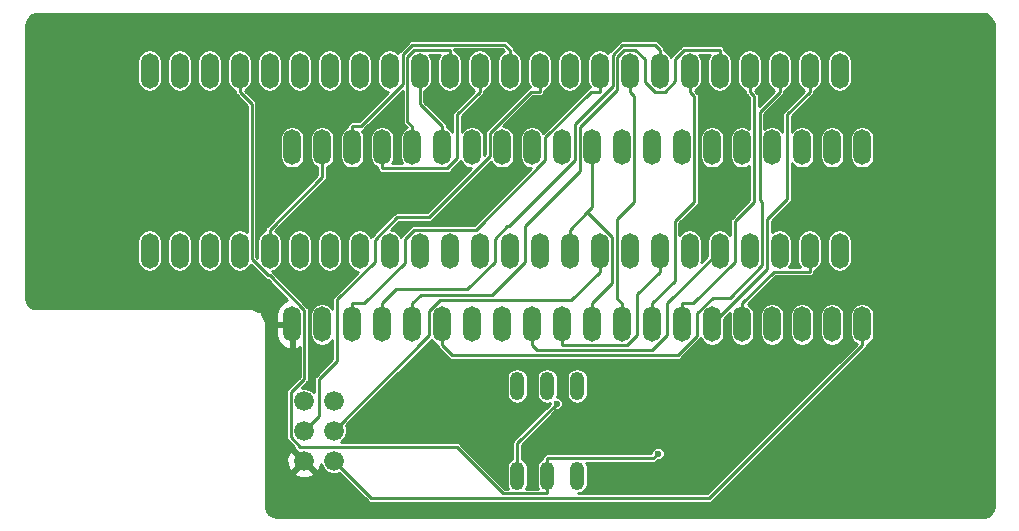
<source format=gbr>
G04 #@! TF.GenerationSoftware,KiCad,Pcbnew,(5.0.0)*
G04 #@! TF.CreationDate,2018-09-19T20:24:58-05:00*
G04 #@! TF.ProjectId,27C160_Adapter,3237433136305F416461707465722E6B,1.0*
G04 #@! TF.SameCoordinates,Original*
G04 #@! TF.FileFunction,Copper,L2,Bot,Signal*
G04 #@! TF.FilePolarity,Positive*
%FSLAX46Y46*%
G04 Gerber Fmt 4.6, Leading zero omitted, Abs format (unit mm)*
G04 Created by KiCad (PCBNEW (5.0.0)) date 09/19/18 20:24:58*
%MOMM*%
%LPD*%
G01*
G04 APERTURE LIST*
G04 #@! TA.AperFunction,ComponentPad*
%ADD10O,1.500000X3.000000*%
G04 #@! TD*
G04 #@! TA.AperFunction,ComponentPad*
%ADD11O,1.219200X2.438400*%
G04 #@! TD*
G04 #@! TA.AperFunction,ComponentPad*
%ADD12C,1.676400*%
G04 #@! TD*
G04 #@! TA.AperFunction,ViaPad*
%ADD13C,0.600000*%
G04 #@! TD*
G04 #@! TA.AperFunction,Conductor*
%ADD14C,0.250000*%
G04 #@! TD*
G04 #@! TA.AperFunction,Conductor*
%ADD15C,0.254000*%
G04 #@! TD*
G04 APERTURE END LIST*
D10*
G04 #@! TO.P,U1,1*
G04 #@! TO.N,/VPP*
X130086000Y-109959000D03*
G04 #@! TO.P,U1,2*
G04 #@! TO.N,/E*
X132626000Y-109959000D03*
G04 #@! TO.P,U1,3*
G04 #@! TO.N,/D15*
X135166000Y-109959000D03*
G04 #@! TO.P,U1,4*
G04 #@! TO.N,/D14*
X137706000Y-109959000D03*
G04 #@! TO.P,U1,5*
G04 #@! TO.N,/D13*
X140246000Y-109959000D03*
G04 #@! TO.P,U1,6*
G04 #@! TO.N,/D12*
X142786000Y-109959000D03*
G04 #@! TO.P,U1,7*
G04 #@! TO.N,/D11*
X145326000Y-109959000D03*
G04 #@! TO.P,U1,8*
G04 #@! TO.N,/D10*
X147866000Y-109959000D03*
G04 #@! TO.P,U1,9*
G04 #@! TO.N,/D9*
X150406000Y-109959000D03*
G04 #@! TO.P,U1,10*
G04 #@! TO.N,/D8*
X152946000Y-109959000D03*
G04 #@! TO.P,U1,11*
G04 #@! TO.N,GND*
X155486000Y-109959000D03*
G04 #@! TO.P,U1,12*
G04 #@! TO.N,/D7*
X158026000Y-109959000D03*
G04 #@! TO.P,U1,13*
G04 #@! TO.N,/D6*
X160566000Y-109959000D03*
G04 #@! TO.P,U1,14*
G04 #@! TO.N,/D5*
X163106000Y-109959000D03*
G04 #@! TO.P,U1,15*
G04 #@! TO.N,/D4*
X165646000Y-109959000D03*
G04 #@! TO.P,U1,16*
G04 #@! TO.N,/D3*
X168186000Y-109959000D03*
G04 #@! TO.P,U1,17*
G04 #@! TO.N,/D2*
X170726000Y-109959000D03*
G04 #@! TO.P,U1,18*
G04 #@! TO.N,/D1*
X173266000Y-109959000D03*
G04 #@! TO.P,U1,19*
G04 #@! TO.N,/D0*
X175806000Y-109959000D03*
G04 #@! TO.P,U1,20*
G04 #@! TO.N,/N$5*
X178346000Y-109959000D03*
G04 #@! TO.P,U1,21*
G04 #@! TO.N,/A0*
X178346000Y-94969000D03*
G04 #@! TO.P,U1,22*
G04 #@! TO.N,/A1*
X175806000Y-94969000D03*
G04 #@! TO.P,U1,23*
G04 #@! TO.N,/A2*
X173266000Y-94969000D03*
G04 #@! TO.P,U1,24*
G04 #@! TO.N,/A3*
X170726000Y-94969000D03*
G04 #@! TO.P,U1,25*
G04 #@! TO.N,/A4*
X168186000Y-94969000D03*
G04 #@! TO.P,U1,26*
G04 #@! TO.N,/A5*
X165646000Y-94969000D03*
G04 #@! TO.P,U1,27*
G04 #@! TO.N,/A6*
X163106000Y-94969000D03*
G04 #@! TO.P,U1,28*
G04 #@! TO.N,/A7*
X160566000Y-94969000D03*
G04 #@! TO.P,U1,29*
G04 #@! TO.N,/A8*
X158026000Y-94969000D03*
G04 #@! TO.P,U1,30*
G04 #@! TO.N,GND*
X155486000Y-94969000D03*
G04 #@! TO.P,U1,31*
G04 #@! TO.N,/A9*
X152946000Y-94969000D03*
G04 #@! TO.P,U1,32*
G04 #@! TO.N,/A10*
X150406000Y-94969000D03*
G04 #@! TO.P,U1,33*
G04 #@! TO.N,/A11*
X147866000Y-94969000D03*
G04 #@! TO.P,U1,34*
G04 #@! TO.N,/A12*
X145326000Y-94969000D03*
G04 #@! TO.P,U1,35*
G04 #@! TO.N,/A13*
X142786000Y-94969000D03*
G04 #@! TO.P,U1,36*
G04 #@! TO.N,/A14*
X140246000Y-94969000D03*
G04 #@! TO.P,U1,37*
G04 #@! TO.N,/A15*
X137706000Y-94969000D03*
G04 #@! TO.P,U1,38*
G04 #@! TO.N,/A16*
X135166000Y-94969000D03*
G04 #@! TO.P,U1,39*
G04 #@! TO.N,/A17*
X132626000Y-94969000D03*
G04 #@! TO.P,U1,40*
G04 #@! TO.N,VCC*
X130086000Y-94969000D03*
G04 #@! TD*
D11*
G04 #@! TO.P,SW2,1*
G04 #@! TO.N,/A18*
X149136000Y-122784000D03*
G04 #@! TO.P,SW2,2*
G04 #@! TO.N,/A19*
X151676000Y-122784000D03*
G04 #@! TO.P,SW2,3*
G04 #@! TO.N,/A20*
X154216000Y-122784000D03*
G04 #@! TO.P,SW2,4*
G04 #@! TO.N,GND*
X154216000Y-115164000D03*
G04 #@! TO.P,SW2,6*
X149136000Y-115164000D03*
G04 #@! TO.P,SW2,5*
X151676000Y-115164000D03*
G04 #@! TD*
D12*
G04 #@! TO.P,SW1,2*
G04 #@! TO.N,/N$2*
X131086000Y-118974000D03*
G04 #@! TO.P,SW1,5*
G04 #@! TO.N,/N$6*
X133626000Y-118974000D03*
G04 #@! TO.P,SW1,1*
G04 #@! TO.N,/VPP*
X131086000Y-121514000D03*
G04 #@! TO.P,SW1,3*
G04 #@! TO.N,/A20*
X131086000Y-116434000D03*
G04 #@! TO.P,SW1,4*
G04 #@! TO.N,/N$5*
X133626000Y-121514000D03*
G04 #@! TO.P,SW1,6*
G04 #@! TO.N,/N$4*
X133626000Y-116434000D03*
G04 #@! TD*
D10*
G04 #@! TO.P,ZX1,1*
G04 #@! TO.N,N/C*
X118021000Y-103733600D03*
G04 #@! TO.P,ZX1,2*
X120561000Y-103733600D03*
G04 #@! TO.P,ZX1,3*
X123101000Y-103733600D03*
G04 #@! TO.P,ZX1,4*
G04 #@! TO.N,/A18*
X125641000Y-103733600D03*
G04 #@! TO.P,ZX1,5*
G04 #@! TO.N,/A17*
X128181000Y-103733600D03*
G04 #@! TO.P,ZX1,6*
G04 #@! TO.N,/A7*
X130721000Y-103733600D03*
G04 #@! TO.P,ZX1,7*
G04 #@! TO.N,/A6*
X133261000Y-103733600D03*
G04 #@! TO.P,ZX1,8*
G04 #@! TO.N,/A5*
X135801000Y-103733600D03*
G04 #@! TO.P,ZX1,9*
G04 #@! TO.N,/A4*
X138341000Y-103733600D03*
G04 #@! TO.P,ZX1,10*
G04 #@! TO.N,/A3*
X140881000Y-103733600D03*
G04 #@! TO.P,ZX1,11*
G04 #@! TO.N,/A2*
X143421000Y-103733600D03*
G04 #@! TO.P,ZX1,12*
G04 #@! TO.N,/A1*
X145961000Y-103733600D03*
G04 #@! TO.P,ZX1,13*
G04 #@! TO.N,/A0*
X148501000Y-103733600D03*
G04 #@! TO.P,ZX1,14*
G04 #@! TO.N,/E*
X151041000Y-103733600D03*
G04 #@! TO.P,ZX1,15*
G04 #@! TO.N,GND*
X153581000Y-103733600D03*
G04 #@! TO.P,ZX1,16*
G04 #@! TO.N,/N$6*
X156121000Y-103733600D03*
G04 #@! TO.P,ZX1,17*
G04 #@! TO.N,/D0*
X158661000Y-103733600D03*
G04 #@! TO.P,ZX1,18*
G04 #@! TO.N,/D8*
X161201000Y-103733600D03*
G04 #@! TO.P,ZX1,19*
G04 #@! TO.N,/D1*
X163741000Y-103733600D03*
G04 #@! TO.P,ZX1,20*
G04 #@! TO.N,/D9*
X166281000Y-103733600D03*
G04 #@! TO.P,ZX1,21*
G04 #@! TO.N,/D2*
X168821000Y-103733600D03*
G04 #@! TO.P,ZX1,22*
G04 #@! TO.N,/D10*
X171361000Y-103733600D03*
G04 #@! TO.P,ZX1,23*
G04 #@! TO.N,/D3*
X173901000Y-103733600D03*
G04 #@! TO.P,ZX1,24*
G04 #@! TO.N,/D11*
X176441000Y-103733600D03*
G04 #@! TO.P,ZX1,25*
G04 #@! TO.N,VCC*
X176441000Y-88493600D03*
G04 #@! TO.P,ZX1,26*
G04 #@! TO.N,/D4*
X173901000Y-88493600D03*
G04 #@! TO.P,ZX1,27*
G04 #@! TO.N,/D12*
X171361000Y-88493600D03*
G04 #@! TO.P,ZX1,28*
G04 #@! TO.N,/D5*
X168821000Y-88493600D03*
G04 #@! TO.P,ZX1,29*
G04 #@! TO.N,/D13*
X166281000Y-88493600D03*
G04 #@! TO.P,ZX1,30*
G04 #@! TO.N,/D6*
X163741000Y-88493600D03*
G04 #@! TO.P,ZX1,31*
G04 #@! TO.N,/D14*
X161201000Y-88493600D03*
G04 #@! TO.P,ZX1,32*
G04 #@! TO.N,/D7*
X158661000Y-88493600D03*
G04 #@! TO.P,ZX1,33*
G04 #@! TO.N,/D15*
X156121000Y-88493600D03*
G04 #@! TO.P,ZX1,34*
G04 #@! TO.N,GND*
X153581000Y-88493600D03*
G04 #@! TO.P,ZX1,35*
G04 #@! TO.N,/N$2*
X151041000Y-88493600D03*
G04 #@! TO.P,ZX1,36*
G04 #@! TO.N,/A16*
X148501000Y-88493600D03*
G04 #@! TO.P,ZX1,37*
G04 #@! TO.N,/A15*
X145961000Y-88493600D03*
G04 #@! TO.P,ZX1,38*
G04 #@! TO.N,/A14*
X143421000Y-88493600D03*
G04 #@! TO.P,ZX1,39*
G04 #@! TO.N,/A13*
X140881000Y-88493600D03*
G04 #@! TO.P,ZX1,40*
G04 #@! TO.N,/A12*
X138341000Y-88493600D03*
G04 #@! TO.P,ZX1,41*
G04 #@! TO.N,/A11*
X135801000Y-88493600D03*
G04 #@! TO.P,ZX1,42*
G04 #@! TO.N,/A10*
X133261000Y-88493600D03*
G04 #@! TO.P,ZX1,43*
G04 #@! TO.N,/A9*
X130721000Y-88493600D03*
G04 #@! TO.P,ZX1,44*
G04 #@! TO.N,/A8*
X128181000Y-88493600D03*
G04 #@! TO.P,ZX1,45*
G04 #@! TO.N,/A19*
X125641000Y-88493600D03*
G04 #@! TO.P,ZX1,46*
G04 #@! TO.N,N/C*
X123101000Y-88493600D03*
G04 #@! TO.P,ZX1,47*
X120561000Y-88493600D03*
G04 #@! TO.P,ZX1,48*
X118021000Y-88493600D03*
G04 #@! TD*
D13*
G04 #@! TO.N,/A19*
X161056800Y-120902300D03*
G04 #@! TO.N,/A18*
X152478900Y-116670200D03*
G04 #@! TD*
D14*
G04 #@! TO.N,GND*
X155069300Y-100467600D02*
X155486000Y-100050900D01*
X155486000Y-100050900D02*
X155486000Y-94969000D01*
X153581000Y-101955900D02*
X155069300Y-100467600D01*
X155069300Y-100467600D02*
X157186200Y-102584500D01*
X157186200Y-102584500D02*
X157186200Y-106481100D01*
X157186200Y-106481100D02*
X155486000Y-108181300D01*
X155486000Y-109959000D02*
X155486000Y-108181300D01*
X153581000Y-103733600D02*
X153581000Y-101955900D01*
G04 #@! TO.N,/A19*
X151676000Y-122784000D02*
X151676000Y-124280900D01*
X125641000Y-88493600D02*
X125641000Y-90271300D01*
X125641000Y-90271300D02*
X126668700Y-91299000D01*
X126668700Y-91299000D02*
X126668700Y-104437000D01*
X126668700Y-104437000D02*
X128058900Y-105827200D01*
X128058900Y-105827200D02*
X128177900Y-105827200D01*
X128177900Y-105827200D02*
X131132400Y-108781700D01*
X131132400Y-108781700D02*
X131132400Y-114558600D01*
X131132400Y-114558600D02*
X129958000Y-115733000D01*
X129958000Y-115733000D02*
X129958000Y-119485800D01*
X129958000Y-119485800D02*
X130787300Y-120315100D01*
X130787300Y-120315100D02*
X144018100Y-120315100D01*
X144018100Y-120315100D02*
X147983900Y-124280900D01*
X147983900Y-124280900D02*
X151676000Y-124280900D01*
X151676000Y-122784000D02*
X151676000Y-121287100D01*
X151676000Y-121287100D02*
X160672000Y-121287100D01*
X160672000Y-121287100D02*
X161056800Y-120902300D01*
G04 #@! TO.N,/A18*
X152478900Y-116670200D02*
X149136000Y-120013100D01*
X149136000Y-120013100D02*
X149136000Y-121287100D01*
X149136000Y-122784000D02*
X149136000Y-121287100D01*
G04 #@! TO.N,/N$2*
X151041000Y-88493600D02*
X151041000Y-90271300D01*
X151041000Y-90271300D02*
X150328000Y-90271300D01*
X150328000Y-90271300D02*
X146831000Y-93768300D01*
X146831000Y-93768300D02*
X146831000Y-95717100D01*
X146831000Y-95717100D02*
X141665500Y-100882600D01*
X141665500Y-100882600D02*
X138987100Y-100882600D01*
X138987100Y-100882600D02*
X137071000Y-102798700D01*
X137071000Y-102798700D02*
X137071000Y-104670500D01*
X137071000Y-104670500D02*
X133896000Y-107845500D01*
X133896000Y-107845500D02*
X133896000Y-113095500D01*
X133896000Y-113095500D02*
X132356000Y-114635500D01*
X132356000Y-114635500D02*
X132356000Y-117704000D01*
X132356000Y-117704000D02*
X131086000Y-118974000D01*
G04 #@! TO.N,/N$6*
X133626000Y-118974000D02*
X141696200Y-110903800D01*
X141696200Y-110903800D02*
X141696200Y-108842900D01*
X141696200Y-108842900D02*
X142604500Y-107934600D01*
X142604500Y-107934600D02*
X153697700Y-107934600D01*
X153697700Y-107934600D02*
X156121000Y-105511300D01*
X156121000Y-103733600D02*
X156121000Y-105511300D01*
G04 #@! TO.N,/N$5*
X178346000Y-109959000D02*
X178346000Y-111736700D01*
X133626000Y-121514000D02*
X136802500Y-124690500D01*
X136802500Y-124690500D02*
X165392200Y-124690500D01*
X165392200Y-124690500D02*
X178346000Y-111736700D01*
G04 #@! TO.N,/D15*
X135166000Y-108181300D02*
X136184600Y-108181300D01*
X136184600Y-108181300D02*
X139611000Y-104754900D01*
X139611000Y-104754900D02*
X139611000Y-102758000D01*
X139611000Y-102758000D02*
X140413200Y-101955800D01*
X140413200Y-101955800D02*
X145646800Y-101955800D01*
X145646800Y-101955800D02*
X151533500Y-96069100D01*
X151533500Y-96069100D02*
X151533500Y-94132000D01*
X151533500Y-94132000D02*
X155394200Y-90271300D01*
X155394200Y-90271300D02*
X156121000Y-90271300D01*
X156121000Y-88493600D02*
X156121000Y-90271300D01*
X135166000Y-109959000D02*
X135166000Y-108181300D01*
G04 #@! TO.N,/D14*
X161201000Y-86715900D02*
X160798300Y-86313200D01*
X160798300Y-86313200D02*
X158055300Y-86313200D01*
X158055300Y-86313200D02*
X157230400Y-87138100D01*
X157230400Y-87138100D02*
X157230400Y-89813600D01*
X157230400Y-89813600D02*
X154055400Y-92988600D01*
X154055400Y-92988600D02*
X154055400Y-96066200D01*
X154055400Y-96066200D02*
X148452500Y-101669100D01*
X148452500Y-101669100D02*
X148299700Y-101669100D01*
X148299700Y-101669100D02*
X147231000Y-102737800D01*
X147231000Y-102737800D02*
X147231000Y-104691600D01*
X147231000Y-104691600D02*
X144913300Y-107009300D01*
X144913300Y-107009300D02*
X138877900Y-107009300D01*
X138877900Y-107009300D02*
X138877900Y-107009400D01*
X138877900Y-107009400D02*
X137706000Y-108181300D01*
X137706000Y-109959000D02*
X137706000Y-108181300D01*
X161201000Y-88493600D02*
X161201000Y-86715900D01*
G04 #@! TO.N,/D13*
X140246000Y-109959000D02*
X140246000Y-108181300D01*
X166281000Y-88493600D02*
X166281000Y-86715900D01*
X166281000Y-86715900D02*
X163289500Y-86715900D01*
X163289500Y-86715900D02*
X162541500Y-87463900D01*
X162541500Y-87463900D02*
X162541500Y-89388800D01*
X162541500Y-89388800D02*
X161654200Y-90276100D01*
X161654200Y-90276100D02*
X160780000Y-90276100D01*
X160780000Y-90276100D02*
X159931000Y-89427100D01*
X159931000Y-89427100D02*
X159931000Y-87526500D01*
X159931000Y-87526500D02*
X159120400Y-86715900D01*
X159120400Y-86715900D02*
X158222200Y-86715900D01*
X158222200Y-86715900D02*
X157633200Y-87304900D01*
X157633200Y-87304900D02*
X157633200Y-90097800D01*
X157633200Y-90097800D02*
X154458200Y-93272800D01*
X154458200Y-93272800D02*
X154458200Y-96971400D01*
X154458200Y-96971400D02*
X149771000Y-101658600D01*
X149771000Y-101658600D02*
X149771000Y-104670500D01*
X149771000Y-104670500D02*
X146980600Y-107460900D01*
X146980600Y-107460900D02*
X140966400Y-107460900D01*
X140966400Y-107460900D02*
X140246000Y-108181300D01*
G04 #@! TO.N,/D12*
X171361000Y-88493600D02*
X171361000Y-90271300D01*
X142786000Y-109959000D02*
X142786000Y-111736700D01*
X142786000Y-111736700D02*
X143625300Y-112576000D01*
X143625300Y-112576000D02*
X162725300Y-112576000D01*
X162725300Y-112576000D02*
X164376000Y-110925300D01*
X164376000Y-110925300D02*
X164376000Y-109011500D01*
X164376000Y-109011500D02*
X165693200Y-107694300D01*
X165693200Y-107694300D02*
X167135000Y-107694300D01*
X167135000Y-107694300D02*
X169848800Y-104980500D01*
X169848800Y-104980500D02*
X169848800Y-99628100D01*
X169848800Y-99628100D02*
X169677000Y-99456300D01*
X169677000Y-99456300D02*
X169677000Y-91955300D01*
X169677000Y-91955300D02*
X171361000Y-90271300D01*
G04 #@! TO.N,/D9*
X150406000Y-109959000D02*
X150406000Y-111736700D01*
X166281000Y-103733600D02*
X161836000Y-108178600D01*
X161836000Y-108178600D02*
X161836000Y-110910300D01*
X161836000Y-110910300D02*
X160577100Y-112169200D01*
X160577100Y-112169200D02*
X150838500Y-112169200D01*
X150838500Y-112169200D02*
X150406000Y-111736700D01*
G04 #@! TO.N,/D8*
X152946000Y-109959000D02*
X152946000Y-111736700D01*
X161201000Y-103733600D02*
X161201000Y-105511300D01*
X161201000Y-105511300D02*
X159296000Y-107416300D01*
X159296000Y-107416300D02*
X159296000Y-110902000D01*
X159296000Y-110902000D02*
X158461300Y-111736700D01*
X158461300Y-111736700D02*
X152946000Y-111736700D01*
G04 #@! TO.N,/D7*
X158026000Y-109959000D02*
X158026000Y-108181300D01*
X158661000Y-88493600D02*
X158661000Y-90271300D01*
X158661000Y-90271300D02*
X159057900Y-90668200D01*
X159057900Y-90668200D02*
X159057900Y-99591800D01*
X159057900Y-99591800D02*
X157626400Y-101023300D01*
X157626400Y-101023300D02*
X157626400Y-107781700D01*
X157626400Y-107781700D02*
X158026000Y-108181300D01*
G04 #@! TO.N,/D6*
X163741000Y-90271300D02*
X164137900Y-90668200D01*
X164137900Y-90668200D02*
X164137900Y-99591700D01*
X164137900Y-99591700D02*
X162482500Y-101247100D01*
X162482500Y-101247100D02*
X162482500Y-106264800D01*
X162482500Y-106264800D02*
X160566000Y-108181300D01*
X160566000Y-109959000D02*
X160566000Y-108181300D01*
X163741000Y-88493600D02*
X163741000Y-90271300D01*
G04 #@! TO.N,/D5*
X163106000Y-109959000D02*
X163106000Y-108181300D01*
X168821000Y-88493600D02*
X168821000Y-90271300D01*
X168821000Y-90271300D02*
X169216900Y-90667200D01*
X169216900Y-90667200D02*
X169216900Y-99592800D01*
X169216900Y-99592800D02*
X167551000Y-101258700D01*
X167551000Y-101258700D02*
X167551000Y-104669000D01*
X167551000Y-104669000D02*
X164038700Y-108181300D01*
X164038700Y-108181300D02*
X163106000Y-108181300D01*
G04 #@! TO.N,/D4*
X173901000Y-88493600D02*
X173901000Y-90271300D01*
X173901000Y-90271300D02*
X171996000Y-92176300D01*
X171996000Y-92176300D02*
X171996000Y-99353700D01*
X171996000Y-99353700D02*
X170333200Y-101016500D01*
X170333200Y-101016500D02*
X170333200Y-105271800D01*
X170333200Y-105271800D02*
X165646000Y-109959000D01*
G04 #@! TO.N,/D3*
X168186000Y-109959000D02*
X168186000Y-108181300D01*
X173901000Y-103733600D02*
X173901000Y-105511300D01*
X173901000Y-105511300D02*
X170856000Y-105511300D01*
X170856000Y-105511300D02*
X168186000Y-108181300D01*
G04 #@! TO.N,/A13*
X142786000Y-94969000D02*
X142786000Y-93191300D01*
X140881000Y-88493600D02*
X140881000Y-91286300D01*
X140881000Y-91286300D02*
X142786000Y-93191300D01*
G04 #@! TO.N,/A14*
X140246000Y-94969000D02*
X140246000Y-93191300D01*
X143421000Y-88493600D02*
X143421000Y-86715900D01*
X143421000Y-86715900D02*
X140433300Y-86715900D01*
X140433300Y-86715900D02*
X139851200Y-87298000D01*
X139851200Y-87298000D02*
X139851200Y-92796500D01*
X139851200Y-92796500D02*
X140246000Y-93191300D01*
G04 #@! TO.N,/A15*
X137706000Y-94969000D02*
X137706000Y-96746700D01*
X145961000Y-88493600D02*
X145961000Y-90271300D01*
X145961000Y-90271300D02*
X144056000Y-92176300D01*
X144056000Y-92176300D02*
X144056000Y-95904500D01*
X144056000Y-95904500D02*
X143213800Y-96746700D01*
X143213800Y-96746700D02*
X137706000Y-96746700D01*
G04 #@! TO.N,/A16*
X135166000Y-94969000D02*
X135166000Y-93191300D01*
X148501000Y-88493600D02*
X148501000Y-86715900D01*
X148501000Y-86715900D02*
X148063600Y-86278500D01*
X148063600Y-86278500D02*
X140270900Y-86278500D01*
X140270900Y-86278500D02*
X139448400Y-87101000D01*
X139448400Y-87101000D02*
X139448400Y-89635700D01*
X139448400Y-89635700D02*
X135892800Y-93191300D01*
X135892800Y-93191300D02*
X135166000Y-93191300D01*
G04 #@! TO.N,/A17*
X128181000Y-103733600D02*
X128181000Y-101955900D01*
X128181000Y-101955900D02*
X132626000Y-97510900D01*
X132626000Y-97510900D02*
X132626000Y-94969000D01*
G04 #@! TD*
D15*
G04 #@! TO.N,/VPP*
G36*
X188823390Y-83732572D02*
X189135916Y-83913011D01*
X189367879Y-84189453D01*
X189494780Y-84538109D01*
X189510600Y-84718932D01*
X189510601Y-125327999D01*
X189445564Y-125677205D01*
X189270384Y-125961401D01*
X189004639Y-126163477D01*
X188668850Y-126260716D01*
X188589433Y-126264600D01*
X128798995Y-126264600D01*
X128449795Y-126199564D01*
X128165599Y-126024384D01*
X127963523Y-125758639D01*
X127866284Y-125422850D01*
X127862400Y-125343433D01*
X127862400Y-122549413D01*
X130230192Y-122549413D01*
X130309017Y-122799490D01*
X130860097Y-122998977D01*
X131445569Y-122972389D01*
X131862983Y-122799490D01*
X131941808Y-122549413D01*
X131086000Y-121693605D01*
X130230192Y-122549413D01*
X127862400Y-122549413D01*
X127862400Y-121288097D01*
X129601023Y-121288097D01*
X129627611Y-121873569D01*
X129800510Y-122290983D01*
X130050587Y-122369808D01*
X130906395Y-121514000D01*
X130050587Y-120658192D01*
X129800510Y-120737017D01*
X129601023Y-121288097D01*
X127862400Y-121288097D01*
X127862400Y-110086000D01*
X128701000Y-110086000D01*
X128701000Y-110836000D01*
X128855028Y-111356349D01*
X129196460Y-111778145D01*
X129673316Y-112037173D01*
X129744815Y-112051318D01*
X129959000Y-111928656D01*
X129959000Y-110086000D01*
X128701000Y-110086000D01*
X127862400Y-110086000D01*
X127862400Y-109959603D01*
X127861309Y-109954116D01*
X127856674Y-109859355D01*
X127855675Y-109855146D01*
X127856097Y-109850842D01*
X127847971Y-109807211D01*
X127731549Y-109405176D01*
X127722691Y-109387564D01*
X127717422Y-109368564D01*
X127694134Y-109330784D01*
X127572762Y-109171172D01*
X127571498Y-108957628D01*
X127561543Y-108909085D01*
X127533769Y-108868047D01*
X127492405Y-108840762D01*
X127445137Y-108831382D01*
X127198152Y-108830144D01*
X127022799Y-108722055D01*
X127004403Y-108714956D01*
X126987740Y-108704423D01*
X126945115Y-108692079D01*
X126945112Y-108692078D01*
X126945111Y-108692078D01*
X126534999Y-108615698D01*
X126514397Y-108611600D01*
X108478995Y-108611600D01*
X108129795Y-108546564D01*
X107845599Y-108371384D01*
X107643523Y-108105639D01*
X107546284Y-107769850D01*
X107542400Y-107690433D01*
X107542400Y-102882215D01*
X116991600Y-102882215D01*
X116991601Y-104584986D01*
X117051328Y-104885252D01*
X117278845Y-105225756D01*
X117619349Y-105453273D01*
X118021000Y-105533167D01*
X118422652Y-105453273D01*
X118763156Y-105225756D01*
X118990673Y-104885252D01*
X119050400Y-104584986D01*
X119050400Y-102882215D01*
X119531600Y-102882215D01*
X119531601Y-104584986D01*
X119591328Y-104885252D01*
X119818845Y-105225756D01*
X120159349Y-105453273D01*
X120561000Y-105533167D01*
X120962652Y-105453273D01*
X121303156Y-105225756D01*
X121530673Y-104885252D01*
X121590400Y-104584986D01*
X121590400Y-102882215D01*
X122071600Y-102882215D01*
X122071601Y-104584986D01*
X122131328Y-104885252D01*
X122358845Y-105225756D01*
X122699349Y-105453273D01*
X123101000Y-105533167D01*
X123502652Y-105453273D01*
X123843156Y-105225756D01*
X124070673Y-104885252D01*
X124130400Y-104584986D01*
X124130400Y-102882214D01*
X124070673Y-102581948D01*
X123843156Y-102241444D01*
X123502651Y-102013927D01*
X123101000Y-101934033D01*
X122699348Y-102013927D01*
X122358844Y-102241444D01*
X122131327Y-102581949D01*
X122071600Y-102882215D01*
X121590400Y-102882215D01*
X121590400Y-102882214D01*
X121530673Y-102581948D01*
X121303156Y-102241444D01*
X120962651Y-102013927D01*
X120561000Y-101934033D01*
X120159348Y-102013927D01*
X119818844Y-102241444D01*
X119591327Y-102581949D01*
X119531600Y-102882215D01*
X119050400Y-102882215D01*
X119050400Y-102882214D01*
X118990673Y-102581948D01*
X118763156Y-102241444D01*
X118422651Y-102013927D01*
X118021000Y-101934033D01*
X117619348Y-102013927D01*
X117278844Y-102241444D01*
X117051327Y-102581949D01*
X116991600Y-102882215D01*
X107542400Y-102882215D01*
X107542400Y-87642215D01*
X116991600Y-87642215D01*
X116991601Y-89344986D01*
X117051328Y-89645252D01*
X117278845Y-89985756D01*
X117619349Y-90213273D01*
X118021000Y-90293167D01*
X118422652Y-90213273D01*
X118763156Y-89985756D01*
X118990673Y-89645252D01*
X119050400Y-89344986D01*
X119050400Y-87642215D01*
X119531600Y-87642215D01*
X119531601Y-89344986D01*
X119591328Y-89645252D01*
X119818845Y-89985756D01*
X120159349Y-90213273D01*
X120561000Y-90293167D01*
X120962652Y-90213273D01*
X121303156Y-89985756D01*
X121530673Y-89645252D01*
X121590400Y-89344986D01*
X121590400Y-87642215D01*
X122071600Y-87642215D01*
X122071601Y-89344986D01*
X122131328Y-89645252D01*
X122358845Y-89985756D01*
X122699349Y-90213273D01*
X123101000Y-90293167D01*
X123502652Y-90213273D01*
X123843156Y-89985756D01*
X124070673Y-89645252D01*
X124130400Y-89344986D01*
X124130400Y-87642215D01*
X124611600Y-87642215D01*
X124611601Y-89344986D01*
X124671328Y-89645252D01*
X124898845Y-89985756D01*
X125236601Y-90211437D01*
X125236601Y-90231469D01*
X125228678Y-90271300D01*
X125260064Y-90429088D01*
X125263272Y-90433889D01*
X125349445Y-90562856D01*
X125383210Y-90585417D01*
X126264300Y-91466508D01*
X126264301Y-102162028D01*
X126042651Y-102013927D01*
X125641000Y-101934033D01*
X125239348Y-102013927D01*
X124898844Y-102241444D01*
X124671327Y-102581949D01*
X124611600Y-102882215D01*
X124611601Y-104584986D01*
X124671328Y-104885252D01*
X124898845Y-105225756D01*
X125239349Y-105453273D01*
X125641000Y-105533167D01*
X126042652Y-105453273D01*
X126383156Y-105225756D01*
X126584386Y-104924593D01*
X127744783Y-106084991D01*
X127767344Y-106118756D01*
X127801108Y-106141316D01*
X127901111Y-106208136D01*
X128008238Y-106229445D01*
X129664441Y-107885648D01*
X129196460Y-108139855D01*
X128855028Y-108561651D01*
X128701000Y-109082000D01*
X128701000Y-109832000D01*
X129959000Y-109832000D01*
X129959000Y-109812000D01*
X130213000Y-109812000D01*
X130213000Y-109832000D01*
X130233000Y-109832000D01*
X130233000Y-110086000D01*
X130213000Y-110086000D01*
X130213000Y-111928656D01*
X130427185Y-112051318D01*
X130498684Y-112037173D01*
X130728001Y-111912608D01*
X130728001Y-114391091D01*
X129700212Y-115418881D01*
X129666444Y-115441444D01*
X129577065Y-115575211D01*
X129577064Y-115575212D01*
X129545678Y-115733000D01*
X129553600Y-115772827D01*
X129553601Y-119445969D01*
X129545678Y-119485800D01*
X129577064Y-119643588D01*
X129577065Y-119643589D01*
X129666445Y-119777356D01*
X129700210Y-119799917D01*
X130265827Y-120365534D01*
X130230192Y-120478587D01*
X131086000Y-121334395D01*
X131100143Y-121320253D01*
X131279748Y-121499858D01*
X131265605Y-121514000D01*
X132121413Y-122369808D01*
X132371490Y-122290983D01*
X132542489Y-121818601D01*
X132678545Y-122147070D01*
X132992930Y-122461455D01*
X133403696Y-122631600D01*
X133848304Y-122631600D01*
X134076974Y-122536882D01*
X136488383Y-124948291D01*
X136510944Y-124982056D01*
X136644711Y-125071436D01*
X136762673Y-125094900D01*
X136802499Y-125102822D01*
X136842325Y-125094900D01*
X165352373Y-125094900D01*
X165392200Y-125102822D01*
X165432027Y-125094900D01*
X165549989Y-125071436D01*
X165683756Y-124982056D01*
X165706319Y-124948288D01*
X178603791Y-112050817D01*
X178637556Y-112028256D01*
X178726936Y-111894489D01*
X178750400Y-111776527D01*
X178758322Y-111736700D01*
X178750400Y-111696873D01*
X178750400Y-111676837D01*
X179088156Y-111451156D01*
X179315673Y-111110652D01*
X179375400Y-110810386D01*
X179375400Y-109107614D01*
X179315673Y-108807348D01*
X179088156Y-108466844D01*
X178747651Y-108239327D01*
X178346000Y-108159433D01*
X177944348Y-108239327D01*
X177603844Y-108466844D01*
X177376327Y-108807349D01*
X177316600Y-109107615D01*
X177316601Y-110810386D01*
X177376328Y-111110652D01*
X177603845Y-111451156D01*
X177877072Y-111633720D01*
X165224693Y-124286100D01*
X154285960Y-124286100D01*
X154562870Y-124231019D01*
X154856933Y-124034533D01*
X155053419Y-123740470D01*
X155105000Y-123481156D01*
X155105000Y-122086844D01*
X155053419Y-121827530D01*
X154962527Y-121691500D01*
X160632173Y-121691500D01*
X160672000Y-121699422D01*
X160711827Y-121691500D01*
X160829789Y-121668036D01*
X160963556Y-121578656D01*
X160986119Y-121544888D01*
X161049307Y-121481700D01*
X161172050Y-121481700D01*
X161385004Y-121393492D01*
X161547992Y-121230504D01*
X161636200Y-121017550D01*
X161636200Y-120787050D01*
X161547992Y-120574096D01*
X161385004Y-120411108D01*
X161172050Y-120322900D01*
X160941550Y-120322900D01*
X160728596Y-120411108D01*
X160565608Y-120574096D01*
X160477400Y-120787050D01*
X160477400Y-120882700D01*
X151715827Y-120882700D01*
X151676000Y-120874778D01*
X151636173Y-120882700D01*
X151518211Y-120906164D01*
X151384444Y-120995544D01*
X151295064Y-121129311D01*
X151263678Y-121287100D01*
X151271601Y-121326932D01*
X151271601Y-121375421D01*
X151035067Y-121533467D01*
X150838581Y-121827531D01*
X150787000Y-122086845D01*
X150787001Y-123481156D01*
X150838582Y-123740470D01*
X150929474Y-123876500D01*
X149882527Y-123876500D01*
X149973419Y-123740470D01*
X150025000Y-123481156D01*
X150025000Y-122086844D01*
X149973419Y-121827530D01*
X149776933Y-121533467D01*
X149540400Y-121375422D01*
X149540400Y-120180607D01*
X152471408Y-117249600D01*
X152594150Y-117249600D01*
X152807104Y-117161392D01*
X152970092Y-116998404D01*
X153058300Y-116785450D01*
X153058300Y-116554950D01*
X152970092Y-116341996D01*
X152807104Y-116179008D01*
X152594150Y-116090800D01*
X152519321Y-116090800D01*
X152565000Y-115861156D01*
X152565000Y-114466845D01*
X153327000Y-114466845D01*
X153327001Y-115861156D01*
X153378582Y-116120470D01*
X153575068Y-116414533D01*
X153869131Y-116611019D01*
X154216000Y-116680016D01*
X154562870Y-116611019D01*
X154856933Y-116414533D01*
X155053419Y-116120470D01*
X155105000Y-115861156D01*
X155105000Y-114466844D01*
X155053419Y-114207530D01*
X154856933Y-113913467D01*
X154562869Y-113716981D01*
X154216000Y-113647984D01*
X153869130Y-113716981D01*
X153575067Y-113913467D01*
X153378581Y-114207531D01*
X153327000Y-114466845D01*
X152565000Y-114466845D01*
X152565000Y-114466844D01*
X152513419Y-114207530D01*
X152316933Y-113913467D01*
X152022869Y-113716981D01*
X151676000Y-113647984D01*
X151329130Y-113716981D01*
X151035067Y-113913467D01*
X150838581Y-114207531D01*
X150787000Y-114466845D01*
X150787001Y-115861156D01*
X150838582Y-116120470D01*
X151035068Y-116414533D01*
X151329131Y-116611019D01*
X151676000Y-116680016D01*
X151899500Y-116635559D01*
X151899500Y-116677692D01*
X148878212Y-119698981D01*
X148844444Y-119721544D01*
X148755065Y-119855311D01*
X148755064Y-119855312D01*
X148723678Y-120013100D01*
X148731600Y-120052927D01*
X148731601Y-121247273D01*
X148731601Y-121375421D01*
X148495067Y-121533467D01*
X148298581Y-121827531D01*
X148247000Y-122086845D01*
X148247001Y-123481156D01*
X148298582Y-123740470D01*
X148389474Y-123876500D01*
X148151408Y-123876500D01*
X144332219Y-120057312D01*
X144309656Y-120023544D01*
X144175889Y-119934164D01*
X144057927Y-119910700D01*
X144018100Y-119902778D01*
X143978273Y-119910700D01*
X134269825Y-119910700D01*
X134573455Y-119607070D01*
X134743600Y-119196304D01*
X134743600Y-118751696D01*
X134648882Y-118523026D01*
X138705063Y-114466845D01*
X148247000Y-114466845D01*
X148247001Y-115861156D01*
X148298582Y-116120470D01*
X148495068Y-116414533D01*
X148789131Y-116611019D01*
X149136000Y-116680016D01*
X149482870Y-116611019D01*
X149776933Y-116414533D01*
X149973419Y-116120470D01*
X150025000Y-115861156D01*
X150025000Y-114466844D01*
X149973419Y-114207530D01*
X149776933Y-113913467D01*
X149482869Y-113716981D01*
X149136000Y-113647984D01*
X148789130Y-113716981D01*
X148495067Y-113913467D01*
X148298581Y-114207531D01*
X148247000Y-114466845D01*
X138705063Y-114466845D01*
X141914432Y-111257476D01*
X142043845Y-111451156D01*
X142381601Y-111676837D01*
X142381601Y-111696869D01*
X142373678Y-111736700D01*
X142405064Y-111894488D01*
X142439083Y-111945400D01*
X142494445Y-112028256D01*
X142528210Y-112050817D01*
X143311183Y-112833791D01*
X143333744Y-112867556D01*
X143467511Y-112956936D01*
X143585473Y-112980400D01*
X143625299Y-112988322D01*
X143665125Y-112980400D01*
X162685473Y-112980400D01*
X162725300Y-112988322D01*
X162765127Y-112980400D01*
X162883089Y-112956936D01*
X163016856Y-112867556D01*
X163039419Y-112833788D01*
X164633791Y-111239417D01*
X164667556Y-111216856D01*
X164707424Y-111157190D01*
X164903845Y-111451156D01*
X165244349Y-111678673D01*
X165646000Y-111758567D01*
X166047652Y-111678673D01*
X166388156Y-111451156D01*
X166615673Y-111110652D01*
X166675400Y-110810386D01*
X166675400Y-109501507D01*
X167178279Y-108998628D01*
X167156600Y-109107615D01*
X167156601Y-110810386D01*
X167216328Y-111110652D01*
X167443845Y-111451156D01*
X167784349Y-111678673D01*
X168186000Y-111758567D01*
X168587652Y-111678673D01*
X168928156Y-111451156D01*
X169155673Y-111110652D01*
X169215400Y-110810386D01*
X169215400Y-109107615D01*
X169696600Y-109107615D01*
X169696601Y-110810386D01*
X169756328Y-111110652D01*
X169983845Y-111451156D01*
X170324349Y-111678673D01*
X170726000Y-111758567D01*
X171127652Y-111678673D01*
X171468156Y-111451156D01*
X171695673Y-111110652D01*
X171755400Y-110810386D01*
X171755400Y-109107615D01*
X172236600Y-109107615D01*
X172236601Y-110810386D01*
X172296328Y-111110652D01*
X172523845Y-111451156D01*
X172864349Y-111678673D01*
X173266000Y-111758567D01*
X173667652Y-111678673D01*
X174008156Y-111451156D01*
X174235673Y-111110652D01*
X174295400Y-110810386D01*
X174295400Y-109107615D01*
X174776600Y-109107615D01*
X174776601Y-110810386D01*
X174836328Y-111110652D01*
X175063845Y-111451156D01*
X175404349Y-111678673D01*
X175806000Y-111758567D01*
X176207652Y-111678673D01*
X176548156Y-111451156D01*
X176775673Y-111110652D01*
X176835400Y-110810386D01*
X176835400Y-109107614D01*
X176775673Y-108807348D01*
X176548156Y-108466844D01*
X176207651Y-108239327D01*
X175806000Y-108159433D01*
X175404348Y-108239327D01*
X175063844Y-108466844D01*
X174836327Y-108807349D01*
X174776600Y-109107615D01*
X174295400Y-109107615D01*
X174295400Y-109107614D01*
X174235673Y-108807348D01*
X174008156Y-108466844D01*
X173667651Y-108239327D01*
X173266000Y-108159433D01*
X172864348Y-108239327D01*
X172523844Y-108466844D01*
X172296327Y-108807349D01*
X172236600Y-109107615D01*
X171755400Y-109107615D01*
X171755400Y-109107614D01*
X171695673Y-108807348D01*
X171468156Y-108466844D01*
X171127651Y-108239327D01*
X170726000Y-108159433D01*
X170324348Y-108239327D01*
X169983844Y-108466844D01*
X169756327Y-108807349D01*
X169696600Y-109107615D01*
X169215400Y-109107615D01*
X169215400Y-109107614D01*
X169155673Y-108807348D01*
X168928156Y-108466844D01*
X168654928Y-108284280D01*
X171023508Y-105915700D01*
X173861173Y-105915700D01*
X173901000Y-105923622D01*
X174058789Y-105892236D01*
X174192556Y-105802856D01*
X174281936Y-105669089D01*
X174305400Y-105551127D01*
X174313322Y-105511300D01*
X174305400Y-105471473D01*
X174305400Y-105451437D01*
X174643156Y-105225756D01*
X174870673Y-104885252D01*
X174930400Y-104584986D01*
X174930400Y-102882215D01*
X175411600Y-102882215D01*
X175411601Y-104584986D01*
X175471328Y-104885252D01*
X175698845Y-105225756D01*
X176039349Y-105453273D01*
X176441000Y-105533167D01*
X176842652Y-105453273D01*
X177183156Y-105225756D01*
X177410673Y-104885252D01*
X177470400Y-104584986D01*
X177470400Y-102882214D01*
X177410673Y-102581948D01*
X177183156Y-102241444D01*
X176842651Y-102013927D01*
X176441000Y-101934033D01*
X176039348Y-102013927D01*
X175698844Y-102241444D01*
X175471327Y-102581949D01*
X175411600Y-102882215D01*
X174930400Y-102882215D01*
X174930400Y-102882214D01*
X174870673Y-102581948D01*
X174643156Y-102241444D01*
X174302651Y-102013927D01*
X173901000Y-101934033D01*
X173499348Y-102013927D01*
X173158844Y-102241444D01*
X172931327Y-102581949D01*
X172871600Y-102882215D01*
X172871601Y-104584986D01*
X172931328Y-104885252D01*
X173079428Y-105106900D01*
X172182573Y-105106900D01*
X172330673Y-104885252D01*
X172390400Y-104584986D01*
X172390400Y-102882214D01*
X172330673Y-102581948D01*
X172103156Y-102241444D01*
X171762651Y-102013927D01*
X171361000Y-101934033D01*
X170959348Y-102013927D01*
X170737600Y-102162094D01*
X170737600Y-101184007D01*
X172253791Y-99667817D01*
X172287556Y-99645256D01*
X172376936Y-99511489D01*
X172400400Y-99393527D01*
X172400400Y-99393526D01*
X172408322Y-99353701D01*
X172400400Y-99313875D01*
X172400400Y-96276408D01*
X172523844Y-96461156D01*
X172864348Y-96688673D01*
X173266000Y-96768567D01*
X173667651Y-96688673D01*
X174008156Y-96461156D01*
X174235673Y-96120652D01*
X174295400Y-95820386D01*
X174295400Y-95820385D01*
X174776600Y-95820385D01*
X174836327Y-96120651D01*
X175063844Y-96461156D01*
X175404348Y-96688673D01*
X175806000Y-96768567D01*
X176207651Y-96688673D01*
X176548156Y-96461156D01*
X176775673Y-96120652D01*
X176835400Y-95820386D01*
X176835400Y-94117615D01*
X177316600Y-94117615D01*
X177316601Y-95820386D01*
X177376328Y-96120652D01*
X177603845Y-96461156D01*
X177944349Y-96688673D01*
X178346000Y-96768567D01*
X178747652Y-96688673D01*
X179088156Y-96461156D01*
X179315673Y-96120652D01*
X179375400Y-95820386D01*
X179375400Y-94117614D01*
X179315673Y-93817348D01*
X179088156Y-93476844D01*
X178747651Y-93249327D01*
X178346000Y-93169433D01*
X177944348Y-93249327D01*
X177603844Y-93476844D01*
X177376327Y-93817349D01*
X177316600Y-94117615D01*
X176835400Y-94117615D01*
X176835400Y-94117614D01*
X176775673Y-93817348D01*
X176548156Y-93476844D01*
X176207652Y-93249327D01*
X175806000Y-93169433D01*
X175404349Y-93249327D01*
X175063845Y-93476844D01*
X174836328Y-93817348D01*
X174776601Y-94117614D01*
X174776600Y-95820385D01*
X174295400Y-95820385D01*
X174295400Y-94117614D01*
X174235673Y-93817348D01*
X174008156Y-93476844D01*
X173667652Y-93249327D01*
X173266000Y-93169433D01*
X172864349Y-93249327D01*
X172523845Y-93476844D01*
X172400400Y-93661593D01*
X172400400Y-92343807D01*
X174158791Y-90585417D01*
X174192556Y-90562856D01*
X174281936Y-90429089D01*
X174305400Y-90311127D01*
X174313322Y-90271300D01*
X174305400Y-90231473D01*
X174305400Y-90211437D01*
X174643156Y-89985756D01*
X174870673Y-89645252D01*
X174930400Y-89344986D01*
X174930400Y-87642215D01*
X175411600Y-87642215D01*
X175411601Y-89344986D01*
X175471328Y-89645252D01*
X175698845Y-89985756D01*
X176039349Y-90213273D01*
X176441000Y-90293167D01*
X176842652Y-90213273D01*
X177183156Y-89985756D01*
X177410673Y-89645252D01*
X177470400Y-89344986D01*
X177470400Y-87642214D01*
X177410673Y-87341948D01*
X177183156Y-87001444D01*
X176842651Y-86773927D01*
X176441000Y-86694033D01*
X176039348Y-86773927D01*
X175698844Y-87001444D01*
X175471327Y-87341949D01*
X175411600Y-87642215D01*
X174930400Y-87642215D01*
X174930400Y-87642214D01*
X174870673Y-87341948D01*
X174643156Y-87001444D01*
X174302651Y-86773927D01*
X173901000Y-86694033D01*
X173499348Y-86773927D01*
X173158844Y-87001444D01*
X172931327Y-87341949D01*
X172871600Y-87642215D01*
X172871601Y-89344986D01*
X172931328Y-89645252D01*
X173158845Y-89985756D01*
X173432072Y-90168320D01*
X171738212Y-91862181D01*
X171704444Y-91884744D01*
X171615065Y-92018511D01*
X171615064Y-92018512D01*
X171583678Y-92176300D01*
X171591600Y-92216127D01*
X171591600Y-93661592D01*
X171468156Y-93476844D01*
X171127652Y-93249327D01*
X170726000Y-93169433D01*
X170324349Y-93249327D01*
X170081400Y-93411660D01*
X170081400Y-92122807D01*
X171618791Y-90585417D01*
X171652556Y-90562856D01*
X171741936Y-90429089D01*
X171765400Y-90311127D01*
X171773322Y-90271300D01*
X171765400Y-90231473D01*
X171765400Y-90211437D01*
X172103156Y-89985756D01*
X172330673Y-89645252D01*
X172390400Y-89344986D01*
X172390400Y-87642214D01*
X172330673Y-87341948D01*
X172103156Y-87001444D01*
X171762651Y-86773927D01*
X171361000Y-86694033D01*
X170959348Y-86773927D01*
X170618844Y-87001444D01*
X170391327Y-87341949D01*
X170331600Y-87642215D01*
X170331601Y-89344986D01*
X170391328Y-89645252D01*
X170618845Y-89985756D01*
X170892072Y-90168320D01*
X169621300Y-91439093D01*
X169621300Y-90707025D01*
X169629222Y-90667199D01*
X169621300Y-90627373D01*
X169597836Y-90509411D01*
X169508456Y-90375644D01*
X169474691Y-90353083D01*
X169289928Y-90168321D01*
X169563156Y-89985756D01*
X169790673Y-89645252D01*
X169850400Y-89344986D01*
X169850400Y-87642214D01*
X169790673Y-87341948D01*
X169563156Y-87001444D01*
X169222651Y-86773927D01*
X168821000Y-86694033D01*
X168419348Y-86773927D01*
X168078844Y-87001444D01*
X167851327Y-87341949D01*
X167791600Y-87642215D01*
X167791601Y-89344986D01*
X167851328Y-89645252D01*
X168078845Y-89985756D01*
X168416601Y-90211437D01*
X168416601Y-90231469D01*
X168408678Y-90271300D01*
X168440064Y-90429088D01*
X168443272Y-90433889D01*
X168529445Y-90562856D01*
X168563210Y-90585417D01*
X168812500Y-90834708D01*
X168812500Y-93399566D01*
X168587652Y-93249327D01*
X168186000Y-93169433D01*
X167784349Y-93249327D01*
X167443845Y-93476844D01*
X167216328Y-93817348D01*
X167156601Y-94117614D01*
X167156600Y-95820385D01*
X167216327Y-96120651D01*
X167443844Y-96461156D01*
X167784348Y-96688673D01*
X168186000Y-96768567D01*
X168587651Y-96688673D01*
X168812501Y-96538434D01*
X168812501Y-99425291D01*
X167293212Y-100944581D01*
X167259444Y-100967144D01*
X167177815Y-101089312D01*
X167170064Y-101100912D01*
X167138678Y-101258700D01*
X167146600Y-101298527D01*
X167146600Y-102426192D01*
X167023156Y-102241444D01*
X166682651Y-102013927D01*
X166281000Y-101934033D01*
X165879348Y-102013927D01*
X165538844Y-102241444D01*
X165311327Y-102581949D01*
X165251600Y-102882215D01*
X165251601Y-104191091D01*
X164748721Y-104693971D01*
X164770400Y-104584986D01*
X164770400Y-102882214D01*
X164710673Y-102581948D01*
X164483156Y-102241444D01*
X164142651Y-102013927D01*
X163741000Y-101934033D01*
X163339348Y-102013927D01*
X162998844Y-102241444D01*
X162886900Y-102408981D01*
X162886900Y-101414607D01*
X164395691Y-99905817D01*
X164429456Y-99883256D01*
X164518836Y-99749489D01*
X164525877Y-99714092D01*
X164550222Y-99591701D01*
X164542300Y-99551874D01*
X164542300Y-95820385D01*
X164616600Y-95820385D01*
X164676327Y-96120651D01*
X164903844Y-96461156D01*
X165244348Y-96688673D01*
X165646000Y-96768567D01*
X166047651Y-96688673D01*
X166388156Y-96461156D01*
X166615673Y-96120652D01*
X166675400Y-95820386D01*
X166675400Y-94117614D01*
X166615673Y-93817348D01*
X166388156Y-93476844D01*
X166047652Y-93249327D01*
X165646000Y-93169433D01*
X165244349Y-93249327D01*
X164903845Y-93476844D01*
X164676328Y-93817348D01*
X164616601Y-94117614D01*
X164616600Y-95820385D01*
X164542300Y-95820385D01*
X164542300Y-90708025D01*
X164550222Y-90668199D01*
X164534710Y-90590215D01*
X164518836Y-90510411D01*
X164429456Y-90376644D01*
X164395691Y-90354083D01*
X164209928Y-90168321D01*
X164483156Y-89985756D01*
X164710673Y-89645252D01*
X164770400Y-89344986D01*
X164770400Y-87642214D01*
X164710673Y-87341948D01*
X164562573Y-87120300D01*
X165459427Y-87120300D01*
X165311327Y-87341949D01*
X165251600Y-87642215D01*
X165251601Y-89344986D01*
X165311328Y-89645252D01*
X165538845Y-89985756D01*
X165879349Y-90213273D01*
X166281000Y-90293167D01*
X166682652Y-90213273D01*
X167023156Y-89985756D01*
X167250673Y-89645252D01*
X167310400Y-89344986D01*
X167310400Y-87642214D01*
X167250673Y-87341948D01*
X167023156Y-87001444D01*
X166685400Y-86775764D01*
X166685400Y-86755727D01*
X166693322Y-86715900D01*
X166661936Y-86558111D01*
X166572556Y-86424344D01*
X166438789Y-86334964D01*
X166320827Y-86311500D01*
X166281000Y-86303578D01*
X166241173Y-86311500D01*
X163329327Y-86311500D01*
X163289500Y-86303578D01*
X163249673Y-86311500D01*
X163131711Y-86334964D01*
X162997944Y-86424344D01*
X162975384Y-86458108D01*
X162283712Y-87149781D01*
X162249944Y-87172344D01*
X162165984Y-87298000D01*
X162160564Y-87306112D01*
X162157390Y-87322069D01*
X161943156Y-87001444D01*
X161605400Y-86775764D01*
X161605400Y-86755727D01*
X161613322Y-86715900D01*
X161581936Y-86558111D01*
X161515116Y-86458108D01*
X161492556Y-86424344D01*
X161458791Y-86401783D01*
X161112419Y-86055412D01*
X161089856Y-86021644D01*
X160956089Y-85932264D01*
X160838127Y-85908800D01*
X160798300Y-85900878D01*
X160758473Y-85908800D01*
X158095127Y-85908800D01*
X158055300Y-85900878D01*
X158015473Y-85908800D01*
X157897511Y-85932264D01*
X157763744Y-86021644D01*
X157741183Y-86055409D01*
X156972612Y-86823981D01*
X156938844Y-86846544D01*
X156853887Y-86973692D01*
X156849464Y-86980312D01*
X156847360Y-86990890D01*
X156522651Y-86773927D01*
X156121000Y-86694033D01*
X155719348Y-86773927D01*
X155378844Y-87001444D01*
X155151327Y-87341949D01*
X155091600Y-87642215D01*
X155091601Y-89344986D01*
X155151328Y-89645252D01*
X155305874Y-89876547D01*
X155236411Y-89890364D01*
X155102644Y-89979744D01*
X155080083Y-90013509D01*
X151335848Y-93757745D01*
X151148156Y-93476844D01*
X150807652Y-93249327D01*
X150406000Y-93169433D01*
X150004349Y-93249327D01*
X149663845Y-93476844D01*
X149436328Y-93817348D01*
X149376601Y-94117614D01*
X149376600Y-95820385D01*
X149436327Y-96120651D01*
X149663844Y-96461156D01*
X150004348Y-96688673D01*
X150285996Y-96744697D01*
X145479293Y-101551400D01*
X140453026Y-101551400D01*
X140413199Y-101543478D01*
X140324029Y-101561215D01*
X140255411Y-101574864D01*
X140121644Y-101664244D01*
X140099084Y-101698008D01*
X139353210Y-102443883D01*
X139319445Y-102466444D01*
X139296885Y-102500208D01*
X139276471Y-102530760D01*
X139083156Y-102241444D01*
X138742651Y-102013927D01*
X138479938Y-101961670D01*
X139154608Y-101287000D01*
X141625673Y-101287000D01*
X141665500Y-101294922D01*
X141705327Y-101287000D01*
X141823289Y-101263536D01*
X141957056Y-101174156D01*
X141979619Y-101140388D01*
X146937595Y-96182413D01*
X147123844Y-96461156D01*
X147464348Y-96688673D01*
X147866000Y-96768567D01*
X148267651Y-96688673D01*
X148608156Y-96461156D01*
X148835673Y-96120652D01*
X148895400Y-95820386D01*
X148895400Y-94117614D01*
X148835673Y-93817348D01*
X148608156Y-93476844D01*
X148267652Y-93249327D01*
X147979248Y-93191960D01*
X150495508Y-90675700D01*
X151001173Y-90675700D01*
X151041000Y-90683622D01*
X151123565Y-90667199D01*
X151198789Y-90652236D01*
X151332556Y-90562856D01*
X151421936Y-90429089D01*
X151453322Y-90271300D01*
X151445400Y-90231473D01*
X151445400Y-90211437D01*
X151783156Y-89985756D01*
X152010673Y-89645252D01*
X152070400Y-89344986D01*
X152070400Y-87642215D01*
X152551600Y-87642215D01*
X152551601Y-89344986D01*
X152611328Y-89645252D01*
X152838845Y-89985756D01*
X153179349Y-90213273D01*
X153581000Y-90293167D01*
X153982652Y-90213273D01*
X154323156Y-89985756D01*
X154550673Y-89645252D01*
X154610400Y-89344986D01*
X154610400Y-87642214D01*
X154550673Y-87341948D01*
X154323156Y-87001444D01*
X153982651Y-86773927D01*
X153581000Y-86694033D01*
X153179348Y-86773927D01*
X152838844Y-87001444D01*
X152611327Y-87341949D01*
X152551600Y-87642215D01*
X152070400Y-87642215D01*
X152070400Y-87642214D01*
X152010673Y-87341948D01*
X151783156Y-87001444D01*
X151442651Y-86773927D01*
X151041000Y-86694033D01*
X150639348Y-86773927D01*
X150298844Y-87001444D01*
X150071327Y-87341949D01*
X150011600Y-87642215D01*
X150011601Y-89344986D01*
X150071328Y-89645252D01*
X150227493Y-89878970D01*
X150170211Y-89890364D01*
X150036444Y-89979744D01*
X150013883Y-90013509D01*
X146573212Y-93454181D01*
X146539444Y-93476744D01*
X146480905Y-93564355D01*
X146450064Y-93610512D01*
X146418678Y-93768300D01*
X146426600Y-93808127D01*
X146426601Y-95549591D01*
X146355400Y-95620792D01*
X146355400Y-94117614D01*
X146295673Y-93817348D01*
X146068156Y-93476844D01*
X145727652Y-93249327D01*
X145326000Y-93169433D01*
X144924349Y-93249327D01*
X144583845Y-93476844D01*
X144460400Y-93661593D01*
X144460400Y-92343807D01*
X146218791Y-90585417D01*
X146252556Y-90562856D01*
X146341936Y-90429089D01*
X146365400Y-90311127D01*
X146373322Y-90271300D01*
X146365400Y-90231473D01*
X146365400Y-90211437D01*
X146703156Y-89985756D01*
X146930673Y-89645252D01*
X146990400Y-89344986D01*
X146990400Y-87642214D01*
X146930673Y-87341948D01*
X146703156Y-87001444D01*
X146362651Y-86773927D01*
X145961000Y-86694033D01*
X145559348Y-86773927D01*
X145218844Y-87001444D01*
X144991327Y-87341949D01*
X144931600Y-87642215D01*
X144931601Y-89344986D01*
X144991328Y-89645252D01*
X145218845Y-89985756D01*
X145492072Y-90168320D01*
X143798212Y-91862181D01*
X143764444Y-91884744D01*
X143675065Y-92018511D01*
X143675064Y-92018512D01*
X143643678Y-92176300D01*
X143651600Y-92216127D01*
X143651600Y-93661592D01*
X143528156Y-93476844D01*
X143190400Y-93251163D01*
X143190400Y-93231127D01*
X143198322Y-93191300D01*
X143189389Y-93146388D01*
X143166936Y-93033511D01*
X143077556Y-92899744D01*
X143043791Y-92877183D01*
X141285400Y-91118793D01*
X141285400Y-90211437D01*
X141623156Y-89985756D01*
X141850673Y-89645252D01*
X141910400Y-89344986D01*
X141910400Y-87642214D01*
X141850673Y-87341948D01*
X141702573Y-87120300D01*
X142599427Y-87120300D01*
X142451327Y-87341949D01*
X142391600Y-87642215D01*
X142391601Y-89344986D01*
X142451328Y-89645252D01*
X142678845Y-89985756D01*
X143019349Y-90213273D01*
X143421000Y-90293167D01*
X143822652Y-90213273D01*
X144163156Y-89985756D01*
X144390673Y-89645252D01*
X144450400Y-89344986D01*
X144450400Y-87642214D01*
X144390673Y-87341948D01*
X144163156Y-87001444D01*
X143825400Y-86775764D01*
X143825400Y-86755727D01*
X143833322Y-86715900D01*
X143826758Y-86682900D01*
X147896093Y-86682900D01*
X148032072Y-86818879D01*
X147758844Y-87001444D01*
X147531327Y-87341949D01*
X147471600Y-87642215D01*
X147471601Y-89344986D01*
X147531328Y-89645252D01*
X147758845Y-89985756D01*
X148099349Y-90213273D01*
X148501000Y-90293167D01*
X148902652Y-90213273D01*
X149243156Y-89985756D01*
X149470673Y-89645252D01*
X149530400Y-89344986D01*
X149530400Y-87642214D01*
X149470673Y-87341948D01*
X149243156Y-87001444D01*
X148905400Y-86775764D01*
X148905400Y-86755726D01*
X148913322Y-86715899D01*
X148881936Y-86558111D01*
X148815116Y-86458108D01*
X148792556Y-86424344D01*
X148758791Y-86401783D01*
X148377719Y-86020712D01*
X148355156Y-85986944D01*
X148221389Y-85897564D01*
X148103427Y-85874100D01*
X148063600Y-85866178D01*
X148023773Y-85874100D01*
X140310727Y-85874100D01*
X140270900Y-85866178D01*
X140231073Y-85874100D01*
X140113111Y-85897564D01*
X139979344Y-85986944D01*
X139956783Y-86020709D01*
X139190612Y-86786881D01*
X139156844Y-86809444D01*
X139080325Y-86923964D01*
X139067464Y-86943212D01*
X139059081Y-86985358D01*
X138742651Y-86773927D01*
X138341000Y-86694033D01*
X137939348Y-86773927D01*
X137598844Y-87001444D01*
X137371327Y-87341949D01*
X137311600Y-87642215D01*
X137311601Y-89344986D01*
X137371328Y-89645252D01*
X137598845Y-89985756D01*
X137939349Y-90213273D01*
X138239262Y-90272930D01*
X135725293Y-92786900D01*
X135205827Y-92786900D01*
X135166000Y-92778978D01*
X135126173Y-92786900D01*
X135008211Y-92810364D01*
X134874444Y-92899744D01*
X134785064Y-93033511D01*
X134753678Y-93191300D01*
X134761601Y-93231132D01*
X134761601Y-93251163D01*
X134423845Y-93476844D01*
X134196328Y-93817348D01*
X134136601Y-94117614D01*
X134136600Y-95820385D01*
X134196327Y-96120651D01*
X134423844Y-96461156D01*
X134764348Y-96688673D01*
X135166000Y-96768567D01*
X135567651Y-96688673D01*
X135908156Y-96461156D01*
X136135673Y-96120652D01*
X136195400Y-95820386D01*
X136195400Y-94117614D01*
X136135673Y-93817348D01*
X135981127Y-93586053D01*
X136050589Y-93572236D01*
X136184356Y-93482856D01*
X136206919Y-93449088D01*
X139446801Y-90209207D01*
X139446801Y-92756668D01*
X139438878Y-92796500D01*
X139470264Y-92954288D01*
X139470265Y-92954289D01*
X139559645Y-93088056D01*
X139593410Y-93110617D01*
X139777072Y-93294279D01*
X139503844Y-93476844D01*
X139276327Y-93817349D01*
X139216600Y-94117615D01*
X139216601Y-95820386D01*
X139276328Y-96120652D01*
X139424428Y-96342300D01*
X138527573Y-96342300D01*
X138675673Y-96120652D01*
X138735400Y-95820386D01*
X138735400Y-94117614D01*
X138675673Y-93817348D01*
X138448156Y-93476844D01*
X138107652Y-93249327D01*
X137706000Y-93169433D01*
X137304349Y-93249327D01*
X136963845Y-93476844D01*
X136736328Y-93817348D01*
X136676601Y-94117614D01*
X136676600Y-95820385D01*
X136736327Y-96120651D01*
X136963844Y-96461156D01*
X137301601Y-96686837D01*
X137301601Y-96706868D01*
X137293678Y-96746700D01*
X137325064Y-96904489D01*
X137414444Y-97038256D01*
X137548211Y-97127636D01*
X137666173Y-97151100D01*
X137706000Y-97159022D01*
X137745827Y-97151100D01*
X143173973Y-97151100D01*
X143213800Y-97159022D01*
X143253627Y-97151100D01*
X143371589Y-97127636D01*
X143505356Y-97038256D01*
X143527919Y-97004488D01*
X144313791Y-96218617D01*
X144347556Y-96196056D01*
X144377133Y-96151790D01*
X144583844Y-96461156D01*
X144924348Y-96688673D01*
X145227265Y-96748927D01*
X141497993Y-100478200D01*
X139026927Y-100478200D01*
X138987100Y-100470278D01*
X138947273Y-100478200D01*
X138829311Y-100501664D01*
X138695544Y-100591044D01*
X138672984Y-100624808D01*
X136813212Y-102484581D01*
X136779444Y-102507144D01*
X136750067Y-102551110D01*
X136543156Y-102241444D01*
X136202651Y-102013927D01*
X135801000Y-101934033D01*
X135399348Y-102013927D01*
X135058844Y-102241444D01*
X134831327Y-102581949D01*
X134771600Y-102882215D01*
X134771601Y-104584986D01*
X134831328Y-104885252D01*
X135058845Y-105225756D01*
X135399349Y-105453273D01*
X135663730Y-105505862D01*
X133638212Y-107531381D01*
X133604444Y-107553944D01*
X133531723Y-107662780D01*
X133515064Y-107687712D01*
X133483678Y-107845500D01*
X133491600Y-107885327D01*
X133491600Y-108651592D01*
X133368156Y-108466844D01*
X133027651Y-108239327D01*
X132626000Y-108159433D01*
X132224348Y-108239327D01*
X131883844Y-108466844D01*
X131656327Y-108807349D01*
X131596600Y-109107615D01*
X131596601Y-110810386D01*
X131656328Y-111110652D01*
X131883845Y-111451156D01*
X132224349Y-111678673D01*
X132626000Y-111758567D01*
X133027652Y-111678673D01*
X133368156Y-111451156D01*
X133491601Y-111266408D01*
X133491601Y-112927991D01*
X132098212Y-114321381D01*
X132064444Y-114343944D01*
X131982326Y-114466844D01*
X131975064Y-114477712D01*
X131943678Y-114635500D01*
X131951600Y-114675327D01*
X131951600Y-115719075D01*
X131719070Y-115486545D01*
X131308304Y-115316400D01*
X130946508Y-115316400D01*
X131390191Y-114872717D01*
X131423956Y-114850156D01*
X131513336Y-114716389D01*
X131536800Y-114598427D01*
X131544722Y-114558601D01*
X131536800Y-114518775D01*
X131536800Y-108821527D01*
X131544722Y-108781700D01*
X131513336Y-108623911D01*
X131423956Y-108490144D01*
X131390191Y-108467584D01*
X128492019Y-105569412D01*
X128469456Y-105535644D01*
X128400427Y-105489520D01*
X128582652Y-105453273D01*
X128923156Y-105225756D01*
X129150673Y-104885252D01*
X129210400Y-104584986D01*
X129210400Y-102882215D01*
X129691600Y-102882215D01*
X129691601Y-104584986D01*
X129751328Y-104885252D01*
X129978845Y-105225756D01*
X130319349Y-105453273D01*
X130721000Y-105533167D01*
X131122652Y-105453273D01*
X131463156Y-105225756D01*
X131690673Y-104885252D01*
X131750400Y-104584986D01*
X131750400Y-102882215D01*
X132231600Y-102882215D01*
X132231601Y-104584986D01*
X132291328Y-104885252D01*
X132518845Y-105225756D01*
X132859349Y-105453273D01*
X133261000Y-105533167D01*
X133662652Y-105453273D01*
X134003156Y-105225756D01*
X134230673Y-104885252D01*
X134290400Y-104584986D01*
X134290400Y-102882214D01*
X134230673Y-102581948D01*
X134003156Y-102241444D01*
X133662651Y-102013927D01*
X133261000Y-101934033D01*
X132859348Y-102013927D01*
X132518844Y-102241444D01*
X132291327Y-102581949D01*
X132231600Y-102882215D01*
X131750400Y-102882215D01*
X131750400Y-102882214D01*
X131690673Y-102581948D01*
X131463156Y-102241444D01*
X131122651Y-102013927D01*
X130721000Y-101934033D01*
X130319348Y-102013927D01*
X129978844Y-102241444D01*
X129751327Y-102581949D01*
X129691600Y-102882215D01*
X129210400Y-102882215D01*
X129210400Y-102882214D01*
X129150673Y-102581948D01*
X128923156Y-102241444D01*
X128649928Y-102058880D01*
X132883792Y-97825016D01*
X132917556Y-97802456D01*
X133006936Y-97668689D01*
X133030400Y-97550727D01*
X133030400Y-97550726D01*
X133038322Y-97510901D01*
X133030400Y-97471075D01*
X133030400Y-96686836D01*
X133368156Y-96461156D01*
X133595673Y-96120652D01*
X133655400Y-95820386D01*
X133655400Y-94117614D01*
X133595673Y-93817348D01*
X133368156Y-93476844D01*
X133027652Y-93249327D01*
X132626000Y-93169433D01*
X132224349Y-93249327D01*
X131883845Y-93476844D01*
X131656328Y-93817348D01*
X131596601Y-94117614D01*
X131596600Y-95820385D01*
X131656327Y-96120651D01*
X131883844Y-96461156D01*
X132221600Y-96686837D01*
X132221600Y-97343392D01*
X127923210Y-101641783D01*
X127889445Y-101664344D01*
X127866885Y-101698108D01*
X127800064Y-101798112D01*
X127768678Y-101955900D01*
X127776601Y-101995731D01*
X127776601Y-102015763D01*
X127438844Y-102241444D01*
X127211327Y-102581949D01*
X127151600Y-102882215D01*
X127151601Y-104347994D01*
X127073100Y-104269493D01*
X127073100Y-95820385D01*
X129056600Y-95820385D01*
X129116327Y-96120651D01*
X129343844Y-96461156D01*
X129684348Y-96688673D01*
X130086000Y-96768567D01*
X130487651Y-96688673D01*
X130828156Y-96461156D01*
X131055673Y-96120652D01*
X131115400Y-95820386D01*
X131115400Y-94117614D01*
X131055673Y-93817348D01*
X130828156Y-93476844D01*
X130487652Y-93249327D01*
X130086000Y-93169433D01*
X129684349Y-93249327D01*
X129343845Y-93476844D01*
X129116328Y-93817348D01*
X129056601Y-94117614D01*
X129056600Y-95820385D01*
X127073100Y-95820385D01*
X127073100Y-91338825D01*
X127081022Y-91298999D01*
X127073100Y-91259173D01*
X127049636Y-91141211D01*
X126960256Y-91007444D01*
X126926491Y-90984883D01*
X126109928Y-90168321D01*
X126383156Y-89985756D01*
X126610673Y-89645252D01*
X126670400Y-89344986D01*
X126670400Y-87642215D01*
X127151600Y-87642215D01*
X127151601Y-89344986D01*
X127211328Y-89645252D01*
X127438845Y-89985756D01*
X127779349Y-90213273D01*
X128181000Y-90293167D01*
X128582652Y-90213273D01*
X128923156Y-89985756D01*
X129150673Y-89645252D01*
X129210400Y-89344986D01*
X129210400Y-87642215D01*
X129691600Y-87642215D01*
X129691601Y-89344986D01*
X129751328Y-89645252D01*
X129978845Y-89985756D01*
X130319349Y-90213273D01*
X130721000Y-90293167D01*
X131122652Y-90213273D01*
X131463156Y-89985756D01*
X131690673Y-89645252D01*
X131750400Y-89344986D01*
X131750400Y-87642215D01*
X132231600Y-87642215D01*
X132231601Y-89344986D01*
X132291328Y-89645252D01*
X132518845Y-89985756D01*
X132859349Y-90213273D01*
X133261000Y-90293167D01*
X133662652Y-90213273D01*
X134003156Y-89985756D01*
X134230673Y-89645252D01*
X134290400Y-89344986D01*
X134290400Y-87642215D01*
X134771600Y-87642215D01*
X134771601Y-89344986D01*
X134831328Y-89645252D01*
X135058845Y-89985756D01*
X135399349Y-90213273D01*
X135801000Y-90293167D01*
X136202652Y-90213273D01*
X136543156Y-89985756D01*
X136770673Y-89645252D01*
X136830400Y-89344986D01*
X136830400Y-87642214D01*
X136770673Y-87341948D01*
X136543156Y-87001444D01*
X136202651Y-86773927D01*
X135801000Y-86694033D01*
X135399348Y-86773927D01*
X135058844Y-87001444D01*
X134831327Y-87341949D01*
X134771600Y-87642215D01*
X134290400Y-87642215D01*
X134290400Y-87642214D01*
X134230673Y-87341948D01*
X134003156Y-87001444D01*
X133662651Y-86773927D01*
X133261000Y-86694033D01*
X132859348Y-86773927D01*
X132518844Y-87001444D01*
X132291327Y-87341949D01*
X132231600Y-87642215D01*
X131750400Y-87642215D01*
X131750400Y-87642214D01*
X131690673Y-87341948D01*
X131463156Y-87001444D01*
X131122651Y-86773927D01*
X130721000Y-86694033D01*
X130319348Y-86773927D01*
X129978844Y-87001444D01*
X129751327Y-87341949D01*
X129691600Y-87642215D01*
X129210400Y-87642215D01*
X129210400Y-87642214D01*
X129150673Y-87341948D01*
X128923156Y-87001444D01*
X128582651Y-86773927D01*
X128181000Y-86694033D01*
X127779348Y-86773927D01*
X127438844Y-87001444D01*
X127211327Y-87341949D01*
X127151600Y-87642215D01*
X126670400Y-87642215D01*
X126670400Y-87642214D01*
X126610673Y-87341948D01*
X126383156Y-87001444D01*
X126042651Y-86773927D01*
X125641000Y-86694033D01*
X125239348Y-86773927D01*
X124898844Y-87001444D01*
X124671327Y-87341949D01*
X124611600Y-87642215D01*
X124130400Y-87642215D01*
X124130400Y-87642214D01*
X124070673Y-87341948D01*
X123843156Y-87001444D01*
X123502651Y-86773927D01*
X123101000Y-86694033D01*
X122699348Y-86773927D01*
X122358844Y-87001444D01*
X122131327Y-87341949D01*
X122071600Y-87642215D01*
X121590400Y-87642215D01*
X121590400Y-87642214D01*
X121530673Y-87341948D01*
X121303156Y-87001444D01*
X120962651Y-86773927D01*
X120561000Y-86694033D01*
X120159348Y-86773927D01*
X119818844Y-87001444D01*
X119591327Y-87341949D01*
X119531600Y-87642215D01*
X119050400Y-87642215D01*
X119050400Y-87642214D01*
X118990673Y-87341948D01*
X118763156Y-87001444D01*
X118422651Y-86773927D01*
X118021000Y-86694033D01*
X117619348Y-86773927D01*
X117278844Y-87001444D01*
X117051327Y-87341949D01*
X116991600Y-87642215D01*
X107542400Y-87642215D01*
X107542400Y-84728893D01*
X107608572Y-84353610D01*
X107789011Y-84041084D01*
X108065453Y-83809121D01*
X108414109Y-83682220D01*
X108594932Y-83666400D01*
X188448107Y-83666400D01*
X188823390Y-83732572D01*
X188823390Y-83732572D01*
G37*
X188823390Y-83732572D02*
X189135916Y-83913011D01*
X189367879Y-84189453D01*
X189494780Y-84538109D01*
X189510600Y-84718932D01*
X189510601Y-125327999D01*
X189445564Y-125677205D01*
X189270384Y-125961401D01*
X189004639Y-126163477D01*
X188668850Y-126260716D01*
X188589433Y-126264600D01*
X128798995Y-126264600D01*
X128449795Y-126199564D01*
X128165599Y-126024384D01*
X127963523Y-125758639D01*
X127866284Y-125422850D01*
X127862400Y-125343433D01*
X127862400Y-122549413D01*
X130230192Y-122549413D01*
X130309017Y-122799490D01*
X130860097Y-122998977D01*
X131445569Y-122972389D01*
X131862983Y-122799490D01*
X131941808Y-122549413D01*
X131086000Y-121693605D01*
X130230192Y-122549413D01*
X127862400Y-122549413D01*
X127862400Y-121288097D01*
X129601023Y-121288097D01*
X129627611Y-121873569D01*
X129800510Y-122290983D01*
X130050587Y-122369808D01*
X130906395Y-121514000D01*
X130050587Y-120658192D01*
X129800510Y-120737017D01*
X129601023Y-121288097D01*
X127862400Y-121288097D01*
X127862400Y-110086000D01*
X128701000Y-110086000D01*
X128701000Y-110836000D01*
X128855028Y-111356349D01*
X129196460Y-111778145D01*
X129673316Y-112037173D01*
X129744815Y-112051318D01*
X129959000Y-111928656D01*
X129959000Y-110086000D01*
X128701000Y-110086000D01*
X127862400Y-110086000D01*
X127862400Y-109959603D01*
X127861309Y-109954116D01*
X127856674Y-109859355D01*
X127855675Y-109855146D01*
X127856097Y-109850842D01*
X127847971Y-109807211D01*
X127731549Y-109405176D01*
X127722691Y-109387564D01*
X127717422Y-109368564D01*
X127694134Y-109330784D01*
X127572762Y-109171172D01*
X127571498Y-108957628D01*
X127561543Y-108909085D01*
X127533769Y-108868047D01*
X127492405Y-108840762D01*
X127445137Y-108831382D01*
X127198152Y-108830144D01*
X127022799Y-108722055D01*
X127004403Y-108714956D01*
X126987740Y-108704423D01*
X126945115Y-108692079D01*
X126945112Y-108692078D01*
X126945111Y-108692078D01*
X126534999Y-108615698D01*
X126514397Y-108611600D01*
X108478995Y-108611600D01*
X108129795Y-108546564D01*
X107845599Y-108371384D01*
X107643523Y-108105639D01*
X107546284Y-107769850D01*
X107542400Y-107690433D01*
X107542400Y-102882215D01*
X116991600Y-102882215D01*
X116991601Y-104584986D01*
X117051328Y-104885252D01*
X117278845Y-105225756D01*
X117619349Y-105453273D01*
X118021000Y-105533167D01*
X118422652Y-105453273D01*
X118763156Y-105225756D01*
X118990673Y-104885252D01*
X119050400Y-104584986D01*
X119050400Y-102882215D01*
X119531600Y-102882215D01*
X119531601Y-104584986D01*
X119591328Y-104885252D01*
X119818845Y-105225756D01*
X120159349Y-105453273D01*
X120561000Y-105533167D01*
X120962652Y-105453273D01*
X121303156Y-105225756D01*
X121530673Y-104885252D01*
X121590400Y-104584986D01*
X121590400Y-102882215D01*
X122071600Y-102882215D01*
X122071601Y-104584986D01*
X122131328Y-104885252D01*
X122358845Y-105225756D01*
X122699349Y-105453273D01*
X123101000Y-105533167D01*
X123502652Y-105453273D01*
X123843156Y-105225756D01*
X124070673Y-104885252D01*
X124130400Y-104584986D01*
X124130400Y-102882214D01*
X124070673Y-102581948D01*
X123843156Y-102241444D01*
X123502651Y-102013927D01*
X123101000Y-101934033D01*
X122699348Y-102013927D01*
X122358844Y-102241444D01*
X122131327Y-102581949D01*
X122071600Y-102882215D01*
X121590400Y-102882215D01*
X121590400Y-102882214D01*
X121530673Y-102581948D01*
X121303156Y-102241444D01*
X120962651Y-102013927D01*
X120561000Y-101934033D01*
X120159348Y-102013927D01*
X119818844Y-102241444D01*
X119591327Y-102581949D01*
X119531600Y-102882215D01*
X119050400Y-102882215D01*
X119050400Y-102882214D01*
X118990673Y-102581948D01*
X118763156Y-102241444D01*
X118422651Y-102013927D01*
X118021000Y-101934033D01*
X117619348Y-102013927D01*
X117278844Y-102241444D01*
X117051327Y-102581949D01*
X116991600Y-102882215D01*
X107542400Y-102882215D01*
X107542400Y-87642215D01*
X116991600Y-87642215D01*
X116991601Y-89344986D01*
X117051328Y-89645252D01*
X117278845Y-89985756D01*
X117619349Y-90213273D01*
X118021000Y-90293167D01*
X118422652Y-90213273D01*
X118763156Y-89985756D01*
X118990673Y-89645252D01*
X119050400Y-89344986D01*
X119050400Y-87642215D01*
X119531600Y-87642215D01*
X119531601Y-89344986D01*
X119591328Y-89645252D01*
X119818845Y-89985756D01*
X120159349Y-90213273D01*
X120561000Y-90293167D01*
X120962652Y-90213273D01*
X121303156Y-89985756D01*
X121530673Y-89645252D01*
X121590400Y-89344986D01*
X121590400Y-87642215D01*
X122071600Y-87642215D01*
X122071601Y-89344986D01*
X122131328Y-89645252D01*
X122358845Y-89985756D01*
X122699349Y-90213273D01*
X123101000Y-90293167D01*
X123502652Y-90213273D01*
X123843156Y-89985756D01*
X124070673Y-89645252D01*
X124130400Y-89344986D01*
X124130400Y-87642215D01*
X124611600Y-87642215D01*
X124611601Y-89344986D01*
X124671328Y-89645252D01*
X124898845Y-89985756D01*
X125236601Y-90211437D01*
X125236601Y-90231469D01*
X125228678Y-90271300D01*
X125260064Y-90429088D01*
X125263272Y-90433889D01*
X125349445Y-90562856D01*
X125383210Y-90585417D01*
X126264300Y-91466508D01*
X126264301Y-102162028D01*
X126042651Y-102013927D01*
X125641000Y-101934033D01*
X125239348Y-102013927D01*
X124898844Y-102241444D01*
X124671327Y-102581949D01*
X124611600Y-102882215D01*
X124611601Y-104584986D01*
X124671328Y-104885252D01*
X124898845Y-105225756D01*
X125239349Y-105453273D01*
X125641000Y-105533167D01*
X126042652Y-105453273D01*
X126383156Y-105225756D01*
X126584386Y-104924593D01*
X127744783Y-106084991D01*
X127767344Y-106118756D01*
X127801108Y-106141316D01*
X127901111Y-106208136D01*
X128008238Y-106229445D01*
X129664441Y-107885648D01*
X129196460Y-108139855D01*
X128855028Y-108561651D01*
X128701000Y-109082000D01*
X128701000Y-109832000D01*
X129959000Y-109832000D01*
X129959000Y-109812000D01*
X130213000Y-109812000D01*
X130213000Y-109832000D01*
X130233000Y-109832000D01*
X130233000Y-110086000D01*
X130213000Y-110086000D01*
X130213000Y-111928656D01*
X130427185Y-112051318D01*
X130498684Y-112037173D01*
X130728001Y-111912608D01*
X130728001Y-114391091D01*
X129700212Y-115418881D01*
X129666444Y-115441444D01*
X129577065Y-115575211D01*
X129577064Y-115575212D01*
X129545678Y-115733000D01*
X129553600Y-115772827D01*
X129553601Y-119445969D01*
X129545678Y-119485800D01*
X129577064Y-119643588D01*
X129577065Y-119643589D01*
X129666445Y-119777356D01*
X129700210Y-119799917D01*
X130265827Y-120365534D01*
X130230192Y-120478587D01*
X131086000Y-121334395D01*
X131100143Y-121320253D01*
X131279748Y-121499858D01*
X131265605Y-121514000D01*
X132121413Y-122369808D01*
X132371490Y-122290983D01*
X132542489Y-121818601D01*
X132678545Y-122147070D01*
X132992930Y-122461455D01*
X133403696Y-122631600D01*
X133848304Y-122631600D01*
X134076974Y-122536882D01*
X136488383Y-124948291D01*
X136510944Y-124982056D01*
X136644711Y-125071436D01*
X136762673Y-125094900D01*
X136802499Y-125102822D01*
X136842325Y-125094900D01*
X165352373Y-125094900D01*
X165392200Y-125102822D01*
X165432027Y-125094900D01*
X165549989Y-125071436D01*
X165683756Y-124982056D01*
X165706319Y-124948288D01*
X178603791Y-112050817D01*
X178637556Y-112028256D01*
X178726936Y-111894489D01*
X178750400Y-111776527D01*
X178758322Y-111736700D01*
X178750400Y-111696873D01*
X178750400Y-111676837D01*
X179088156Y-111451156D01*
X179315673Y-111110652D01*
X179375400Y-110810386D01*
X179375400Y-109107614D01*
X179315673Y-108807348D01*
X179088156Y-108466844D01*
X178747651Y-108239327D01*
X178346000Y-108159433D01*
X177944348Y-108239327D01*
X177603844Y-108466844D01*
X177376327Y-108807349D01*
X177316600Y-109107615D01*
X177316601Y-110810386D01*
X177376328Y-111110652D01*
X177603845Y-111451156D01*
X177877072Y-111633720D01*
X165224693Y-124286100D01*
X154285960Y-124286100D01*
X154562870Y-124231019D01*
X154856933Y-124034533D01*
X155053419Y-123740470D01*
X155105000Y-123481156D01*
X155105000Y-122086844D01*
X155053419Y-121827530D01*
X154962527Y-121691500D01*
X160632173Y-121691500D01*
X160672000Y-121699422D01*
X160711827Y-121691500D01*
X160829789Y-121668036D01*
X160963556Y-121578656D01*
X160986119Y-121544888D01*
X161049307Y-121481700D01*
X161172050Y-121481700D01*
X161385004Y-121393492D01*
X161547992Y-121230504D01*
X161636200Y-121017550D01*
X161636200Y-120787050D01*
X161547992Y-120574096D01*
X161385004Y-120411108D01*
X161172050Y-120322900D01*
X160941550Y-120322900D01*
X160728596Y-120411108D01*
X160565608Y-120574096D01*
X160477400Y-120787050D01*
X160477400Y-120882700D01*
X151715827Y-120882700D01*
X151676000Y-120874778D01*
X151636173Y-120882700D01*
X151518211Y-120906164D01*
X151384444Y-120995544D01*
X151295064Y-121129311D01*
X151263678Y-121287100D01*
X151271601Y-121326932D01*
X151271601Y-121375421D01*
X151035067Y-121533467D01*
X150838581Y-121827531D01*
X150787000Y-122086845D01*
X150787001Y-123481156D01*
X150838582Y-123740470D01*
X150929474Y-123876500D01*
X149882527Y-123876500D01*
X149973419Y-123740470D01*
X150025000Y-123481156D01*
X150025000Y-122086844D01*
X149973419Y-121827530D01*
X149776933Y-121533467D01*
X149540400Y-121375422D01*
X149540400Y-120180607D01*
X152471408Y-117249600D01*
X152594150Y-117249600D01*
X152807104Y-117161392D01*
X152970092Y-116998404D01*
X153058300Y-116785450D01*
X153058300Y-116554950D01*
X152970092Y-116341996D01*
X152807104Y-116179008D01*
X152594150Y-116090800D01*
X152519321Y-116090800D01*
X152565000Y-115861156D01*
X152565000Y-114466845D01*
X153327000Y-114466845D01*
X153327001Y-115861156D01*
X153378582Y-116120470D01*
X153575068Y-116414533D01*
X153869131Y-116611019D01*
X154216000Y-116680016D01*
X154562870Y-116611019D01*
X154856933Y-116414533D01*
X155053419Y-116120470D01*
X155105000Y-115861156D01*
X155105000Y-114466844D01*
X155053419Y-114207530D01*
X154856933Y-113913467D01*
X154562869Y-113716981D01*
X154216000Y-113647984D01*
X153869130Y-113716981D01*
X153575067Y-113913467D01*
X153378581Y-114207531D01*
X153327000Y-114466845D01*
X152565000Y-114466845D01*
X152565000Y-114466844D01*
X152513419Y-114207530D01*
X152316933Y-113913467D01*
X152022869Y-113716981D01*
X151676000Y-113647984D01*
X151329130Y-113716981D01*
X151035067Y-113913467D01*
X150838581Y-114207531D01*
X150787000Y-114466845D01*
X150787001Y-115861156D01*
X150838582Y-116120470D01*
X151035068Y-116414533D01*
X151329131Y-116611019D01*
X151676000Y-116680016D01*
X151899500Y-116635559D01*
X151899500Y-116677692D01*
X148878212Y-119698981D01*
X148844444Y-119721544D01*
X148755065Y-119855311D01*
X148755064Y-119855312D01*
X148723678Y-120013100D01*
X148731600Y-120052927D01*
X148731601Y-121247273D01*
X148731601Y-121375421D01*
X148495067Y-121533467D01*
X148298581Y-121827531D01*
X148247000Y-122086845D01*
X148247001Y-123481156D01*
X148298582Y-123740470D01*
X148389474Y-123876500D01*
X148151408Y-123876500D01*
X144332219Y-120057312D01*
X144309656Y-120023544D01*
X144175889Y-119934164D01*
X144057927Y-119910700D01*
X144018100Y-119902778D01*
X143978273Y-119910700D01*
X134269825Y-119910700D01*
X134573455Y-119607070D01*
X134743600Y-119196304D01*
X134743600Y-118751696D01*
X134648882Y-118523026D01*
X138705063Y-114466845D01*
X148247000Y-114466845D01*
X148247001Y-115861156D01*
X148298582Y-116120470D01*
X148495068Y-116414533D01*
X148789131Y-116611019D01*
X149136000Y-116680016D01*
X149482870Y-116611019D01*
X149776933Y-116414533D01*
X149973419Y-116120470D01*
X150025000Y-115861156D01*
X150025000Y-114466844D01*
X149973419Y-114207530D01*
X149776933Y-113913467D01*
X149482869Y-113716981D01*
X149136000Y-113647984D01*
X148789130Y-113716981D01*
X148495067Y-113913467D01*
X148298581Y-114207531D01*
X148247000Y-114466845D01*
X138705063Y-114466845D01*
X141914432Y-111257476D01*
X142043845Y-111451156D01*
X142381601Y-111676837D01*
X142381601Y-111696869D01*
X142373678Y-111736700D01*
X142405064Y-111894488D01*
X142439083Y-111945400D01*
X142494445Y-112028256D01*
X142528210Y-112050817D01*
X143311183Y-112833791D01*
X143333744Y-112867556D01*
X143467511Y-112956936D01*
X143585473Y-112980400D01*
X143625299Y-112988322D01*
X143665125Y-112980400D01*
X162685473Y-112980400D01*
X162725300Y-112988322D01*
X162765127Y-112980400D01*
X162883089Y-112956936D01*
X163016856Y-112867556D01*
X163039419Y-112833788D01*
X164633791Y-111239417D01*
X164667556Y-111216856D01*
X164707424Y-111157190D01*
X164903845Y-111451156D01*
X165244349Y-111678673D01*
X165646000Y-111758567D01*
X166047652Y-111678673D01*
X166388156Y-111451156D01*
X166615673Y-111110652D01*
X166675400Y-110810386D01*
X166675400Y-109501507D01*
X167178279Y-108998628D01*
X167156600Y-109107615D01*
X167156601Y-110810386D01*
X167216328Y-111110652D01*
X167443845Y-111451156D01*
X167784349Y-111678673D01*
X168186000Y-111758567D01*
X168587652Y-111678673D01*
X168928156Y-111451156D01*
X169155673Y-111110652D01*
X169215400Y-110810386D01*
X169215400Y-109107615D01*
X169696600Y-109107615D01*
X169696601Y-110810386D01*
X169756328Y-111110652D01*
X169983845Y-111451156D01*
X170324349Y-111678673D01*
X170726000Y-111758567D01*
X171127652Y-111678673D01*
X171468156Y-111451156D01*
X171695673Y-111110652D01*
X171755400Y-110810386D01*
X171755400Y-109107615D01*
X172236600Y-109107615D01*
X172236601Y-110810386D01*
X172296328Y-111110652D01*
X172523845Y-111451156D01*
X172864349Y-111678673D01*
X173266000Y-111758567D01*
X173667652Y-111678673D01*
X174008156Y-111451156D01*
X174235673Y-111110652D01*
X174295400Y-110810386D01*
X174295400Y-109107615D01*
X174776600Y-109107615D01*
X174776601Y-110810386D01*
X174836328Y-111110652D01*
X175063845Y-111451156D01*
X175404349Y-111678673D01*
X175806000Y-111758567D01*
X176207652Y-111678673D01*
X176548156Y-111451156D01*
X176775673Y-111110652D01*
X176835400Y-110810386D01*
X176835400Y-109107614D01*
X176775673Y-108807348D01*
X176548156Y-108466844D01*
X176207651Y-108239327D01*
X175806000Y-108159433D01*
X175404348Y-108239327D01*
X175063844Y-108466844D01*
X174836327Y-108807349D01*
X174776600Y-109107615D01*
X174295400Y-109107615D01*
X174295400Y-109107614D01*
X174235673Y-108807348D01*
X174008156Y-108466844D01*
X173667651Y-108239327D01*
X173266000Y-108159433D01*
X172864348Y-108239327D01*
X172523844Y-108466844D01*
X172296327Y-108807349D01*
X172236600Y-109107615D01*
X171755400Y-109107615D01*
X171755400Y-109107614D01*
X171695673Y-108807348D01*
X171468156Y-108466844D01*
X171127651Y-108239327D01*
X170726000Y-108159433D01*
X170324348Y-108239327D01*
X169983844Y-108466844D01*
X169756327Y-108807349D01*
X169696600Y-109107615D01*
X169215400Y-109107615D01*
X169215400Y-109107614D01*
X169155673Y-108807348D01*
X168928156Y-108466844D01*
X168654928Y-108284280D01*
X171023508Y-105915700D01*
X173861173Y-105915700D01*
X173901000Y-105923622D01*
X174058789Y-105892236D01*
X174192556Y-105802856D01*
X174281936Y-105669089D01*
X174305400Y-105551127D01*
X174313322Y-105511300D01*
X174305400Y-105471473D01*
X174305400Y-105451437D01*
X174643156Y-105225756D01*
X174870673Y-104885252D01*
X174930400Y-104584986D01*
X174930400Y-102882215D01*
X175411600Y-102882215D01*
X175411601Y-104584986D01*
X175471328Y-104885252D01*
X175698845Y-105225756D01*
X176039349Y-105453273D01*
X176441000Y-105533167D01*
X176842652Y-105453273D01*
X177183156Y-105225756D01*
X177410673Y-104885252D01*
X177470400Y-104584986D01*
X177470400Y-102882214D01*
X177410673Y-102581948D01*
X177183156Y-102241444D01*
X176842651Y-102013927D01*
X176441000Y-101934033D01*
X176039348Y-102013927D01*
X175698844Y-102241444D01*
X175471327Y-102581949D01*
X175411600Y-102882215D01*
X174930400Y-102882215D01*
X174930400Y-102882214D01*
X174870673Y-102581948D01*
X174643156Y-102241444D01*
X174302651Y-102013927D01*
X173901000Y-101934033D01*
X173499348Y-102013927D01*
X173158844Y-102241444D01*
X172931327Y-102581949D01*
X172871600Y-102882215D01*
X172871601Y-104584986D01*
X172931328Y-104885252D01*
X173079428Y-105106900D01*
X172182573Y-105106900D01*
X172330673Y-104885252D01*
X172390400Y-104584986D01*
X172390400Y-102882214D01*
X172330673Y-102581948D01*
X172103156Y-102241444D01*
X171762651Y-102013927D01*
X171361000Y-101934033D01*
X170959348Y-102013927D01*
X170737600Y-102162094D01*
X170737600Y-101184007D01*
X172253791Y-99667817D01*
X172287556Y-99645256D01*
X172376936Y-99511489D01*
X172400400Y-99393527D01*
X172400400Y-99393526D01*
X172408322Y-99353701D01*
X172400400Y-99313875D01*
X172400400Y-96276408D01*
X172523844Y-96461156D01*
X172864348Y-96688673D01*
X173266000Y-96768567D01*
X173667651Y-96688673D01*
X174008156Y-96461156D01*
X174235673Y-96120652D01*
X174295400Y-95820386D01*
X174295400Y-95820385D01*
X174776600Y-95820385D01*
X174836327Y-96120651D01*
X175063844Y-96461156D01*
X175404348Y-96688673D01*
X175806000Y-96768567D01*
X176207651Y-96688673D01*
X176548156Y-96461156D01*
X176775673Y-96120652D01*
X176835400Y-95820386D01*
X176835400Y-94117615D01*
X177316600Y-94117615D01*
X177316601Y-95820386D01*
X177376328Y-96120652D01*
X177603845Y-96461156D01*
X177944349Y-96688673D01*
X178346000Y-96768567D01*
X178747652Y-96688673D01*
X179088156Y-96461156D01*
X179315673Y-96120652D01*
X179375400Y-95820386D01*
X179375400Y-94117614D01*
X179315673Y-93817348D01*
X179088156Y-93476844D01*
X178747651Y-93249327D01*
X178346000Y-93169433D01*
X177944348Y-93249327D01*
X177603844Y-93476844D01*
X177376327Y-93817349D01*
X177316600Y-94117615D01*
X176835400Y-94117615D01*
X176835400Y-94117614D01*
X176775673Y-93817348D01*
X176548156Y-93476844D01*
X176207652Y-93249327D01*
X175806000Y-93169433D01*
X175404349Y-93249327D01*
X175063845Y-93476844D01*
X174836328Y-93817348D01*
X174776601Y-94117614D01*
X174776600Y-95820385D01*
X174295400Y-95820385D01*
X174295400Y-94117614D01*
X174235673Y-93817348D01*
X174008156Y-93476844D01*
X173667652Y-93249327D01*
X173266000Y-93169433D01*
X172864349Y-93249327D01*
X172523845Y-93476844D01*
X172400400Y-93661593D01*
X172400400Y-92343807D01*
X174158791Y-90585417D01*
X174192556Y-90562856D01*
X174281936Y-90429089D01*
X174305400Y-90311127D01*
X174313322Y-90271300D01*
X174305400Y-90231473D01*
X174305400Y-90211437D01*
X174643156Y-89985756D01*
X174870673Y-89645252D01*
X174930400Y-89344986D01*
X174930400Y-87642215D01*
X175411600Y-87642215D01*
X175411601Y-89344986D01*
X175471328Y-89645252D01*
X175698845Y-89985756D01*
X176039349Y-90213273D01*
X176441000Y-90293167D01*
X176842652Y-90213273D01*
X177183156Y-89985756D01*
X177410673Y-89645252D01*
X177470400Y-89344986D01*
X177470400Y-87642214D01*
X177410673Y-87341948D01*
X177183156Y-87001444D01*
X176842651Y-86773927D01*
X176441000Y-86694033D01*
X176039348Y-86773927D01*
X175698844Y-87001444D01*
X175471327Y-87341949D01*
X175411600Y-87642215D01*
X174930400Y-87642215D01*
X174930400Y-87642214D01*
X174870673Y-87341948D01*
X174643156Y-87001444D01*
X174302651Y-86773927D01*
X173901000Y-86694033D01*
X173499348Y-86773927D01*
X173158844Y-87001444D01*
X172931327Y-87341949D01*
X172871600Y-87642215D01*
X172871601Y-89344986D01*
X172931328Y-89645252D01*
X173158845Y-89985756D01*
X173432072Y-90168320D01*
X171738212Y-91862181D01*
X171704444Y-91884744D01*
X171615065Y-92018511D01*
X171615064Y-92018512D01*
X171583678Y-92176300D01*
X171591600Y-92216127D01*
X171591600Y-93661592D01*
X171468156Y-93476844D01*
X171127652Y-93249327D01*
X170726000Y-93169433D01*
X170324349Y-93249327D01*
X170081400Y-93411660D01*
X170081400Y-92122807D01*
X171618791Y-90585417D01*
X171652556Y-90562856D01*
X171741936Y-90429089D01*
X171765400Y-90311127D01*
X171773322Y-90271300D01*
X171765400Y-90231473D01*
X171765400Y-90211437D01*
X172103156Y-89985756D01*
X172330673Y-89645252D01*
X172390400Y-89344986D01*
X172390400Y-87642214D01*
X172330673Y-87341948D01*
X172103156Y-87001444D01*
X171762651Y-86773927D01*
X171361000Y-86694033D01*
X170959348Y-86773927D01*
X170618844Y-87001444D01*
X170391327Y-87341949D01*
X170331600Y-87642215D01*
X170331601Y-89344986D01*
X170391328Y-89645252D01*
X170618845Y-89985756D01*
X170892072Y-90168320D01*
X169621300Y-91439093D01*
X169621300Y-90707025D01*
X169629222Y-90667199D01*
X169621300Y-90627373D01*
X169597836Y-90509411D01*
X169508456Y-90375644D01*
X169474691Y-90353083D01*
X169289928Y-90168321D01*
X169563156Y-89985756D01*
X169790673Y-89645252D01*
X169850400Y-89344986D01*
X169850400Y-87642214D01*
X169790673Y-87341948D01*
X169563156Y-87001444D01*
X169222651Y-86773927D01*
X168821000Y-86694033D01*
X168419348Y-86773927D01*
X168078844Y-87001444D01*
X167851327Y-87341949D01*
X167791600Y-87642215D01*
X167791601Y-89344986D01*
X167851328Y-89645252D01*
X168078845Y-89985756D01*
X168416601Y-90211437D01*
X168416601Y-90231469D01*
X168408678Y-90271300D01*
X168440064Y-90429088D01*
X168443272Y-90433889D01*
X168529445Y-90562856D01*
X168563210Y-90585417D01*
X168812500Y-90834708D01*
X168812500Y-93399566D01*
X168587652Y-93249327D01*
X168186000Y-93169433D01*
X167784349Y-93249327D01*
X167443845Y-93476844D01*
X167216328Y-93817348D01*
X167156601Y-94117614D01*
X167156600Y-95820385D01*
X167216327Y-96120651D01*
X167443844Y-96461156D01*
X167784348Y-96688673D01*
X168186000Y-96768567D01*
X168587651Y-96688673D01*
X168812501Y-96538434D01*
X168812501Y-99425291D01*
X167293212Y-100944581D01*
X167259444Y-100967144D01*
X167177815Y-101089312D01*
X167170064Y-101100912D01*
X167138678Y-101258700D01*
X167146600Y-101298527D01*
X167146600Y-102426192D01*
X167023156Y-102241444D01*
X166682651Y-102013927D01*
X166281000Y-101934033D01*
X165879348Y-102013927D01*
X165538844Y-102241444D01*
X165311327Y-102581949D01*
X165251600Y-102882215D01*
X165251601Y-104191091D01*
X164748721Y-104693971D01*
X164770400Y-104584986D01*
X164770400Y-102882214D01*
X164710673Y-102581948D01*
X164483156Y-102241444D01*
X164142651Y-102013927D01*
X163741000Y-101934033D01*
X163339348Y-102013927D01*
X162998844Y-102241444D01*
X162886900Y-102408981D01*
X162886900Y-101414607D01*
X164395691Y-99905817D01*
X164429456Y-99883256D01*
X164518836Y-99749489D01*
X164525877Y-99714092D01*
X164550222Y-99591701D01*
X164542300Y-99551874D01*
X164542300Y-95820385D01*
X164616600Y-95820385D01*
X164676327Y-96120651D01*
X164903844Y-96461156D01*
X165244348Y-96688673D01*
X165646000Y-96768567D01*
X166047651Y-96688673D01*
X166388156Y-96461156D01*
X166615673Y-96120652D01*
X166675400Y-95820386D01*
X166675400Y-94117614D01*
X166615673Y-93817348D01*
X166388156Y-93476844D01*
X166047652Y-93249327D01*
X165646000Y-93169433D01*
X165244349Y-93249327D01*
X164903845Y-93476844D01*
X164676328Y-93817348D01*
X164616601Y-94117614D01*
X164616600Y-95820385D01*
X164542300Y-95820385D01*
X164542300Y-90708025D01*
X164550222Y-90668199D01*
X164534710Y-90590215D01*
X164518836Y-90510411D01*
X164429456Y-90376644D01*
X164395691Y-90354083D01*
X164209928Y-90168321D01*
X164483156Y-89985756D01*
X164710673Y-89645252D01*
X164770400Y-89344986D01*
X164770400Y-87642214D01*
X164710673Y-87341948D01*
X164562573Y-87120300D01*
X165459427Y-87120300D01*
X165311327Y-87341949D01*
X165251600Y-87642215D01*
X165251601Y-89344986D01*
X165311328Y-89645252D01*
X165538845Y-89985756D01*
X165879349Y-90213273D01*
X166281000Y-90293167D01*
X166682652Y-90213273D01*
X167023156Y-89985756D01*
X167250673Y-89645252D01*
X167310400Y-89344986D01*
X167310400Y-87642214D01*
X167250673Y-87341948D01*
X167023156Y-87001444D01*
X166685400Y-86775764D01*
X166685400Y-86755727D01*
X166693322Y-86715900D01*
X166661936Y-86558111D01*
X166572556Y-86424344D01*
X166438789Y-86334964D01*
X166320827Y-86311500D01*
X166281000Y-86303578D01*
X166241173Y-86311500D01*
X163329327Y-86311500D01*
X163289500Y-86303578D01*
X163249673Y-86311500D01*
X163131711Y-86334964D01*
X162997944Y-86424344D01*
X162975384Y-86458108D01*
X162283712Y-87149781D01*
X162249944Y-87172344D01*
X162165984Y-87298000D01*
X162160564Y-87306112D01*
X162157390Y-87322069D01*
X161943156Y-87001444D01*
X161605400Y-86775764D01*
X161605400Y-86755727D01*
X161613322Y-86715900D01*
X161581936Y-86558111D01*
X161515116Y-86458108D01*
X161492556Y-86424344D01*
X161458791Y-86401783D01*
X161112419Y-86055412D01*
X161089856Y-86021644D01*
X160956089Y-85932264D01*
X160838127Y-85908800D01*
X160798300Y-85900878D01*
X160758473Y-85908800D01*
X158095127Y-85908800D01*
X158055300Y-85900878D01*
X158015473Y-85908800D01*
X157897511Y-85932264D01*
X157763744Y-86021644D01*
X157741183Y-86055409D01*
X156972612Y-86823981D01*
X156938844Y-86846544D01*
X156853887Y-86973692D01*
X156849464Y-86980312D01*
X156847360Y-86990890D01*
X156522651Y-86773927D01*
X156121000Y-86694033D01*
X155719348Y-86773927D01*
X155378844Y-87001444D01*
X155151327Y-87341949D01*
X155091600Y-87642215D01*
X155091601Y-89344986D01*
X155151328Y-89645252D01*
X155305874Y-89876547D01*
X155236411Y-89890364D01*
X155102644Y-89979744D01*
X155080083Y-90013509D01*
X151335848Y-93757745D01*
X151148156Y-93476844D01*
X150807652Y-93249327D01*
X150406000Y-93169433D01*
X150004349Y-93249327D01*
X149663845Y-93476844D01*
X149436328Y-93817348D01*
X149376601Y-94117614D01*
X149376600Y-95820385D01*
X149436327Y-96120651D01*
X149663844Y-96461156D01*
X150004348Y-96688673D01*
X150285996Y-96744697D01*
X145479293Y-101551400D01*
X140453026Y-101551400D01*
X140413199Y-101543478D01*
X140324029Y-101561215D01*
X140255411Y-101574864D01*
X140121644Y-101664244D01*
X140099084Y-101698008D01*
X139353210Y-102443883D01*
X139319445Y-102466444D01*
X139296885Y-102500208D01*
X139276471Y-102530760D01*
X139083156Y-102241444D01*
X138742651Y-102013927D01*
X138479938Y-101961670D01*
X139154608Y-101287000D01*
X141625673Y-101287000D01*
X141665500Y-101294922D01*
X141705327Y-101287000D01*
X141823289Y-101263536D01*
X141957056Y-101174156D01*
X141979619Y-101140388D01*
X146937595Y-96182413D01*
X147123844Y-96461156D01*
X147464348Y-96688673D01*
X147866000Y-96768567D01*
X148267651Y-96688673D01*
X148608156Y-96461156D01*
X148835673Y-96120652D01*
X148895400Y-95820386D01*
X148895400Y-94117614D01*
X148835673Y-93817348D01*
X148608156Y-93476844D01*
X148267652Y-93249327D01*
X147979248Y-93191960D01*
X150495508Y-90675700D01*
X151001173Y-90675700D01*
X151041000Y-90683622D01*
X151123565Y-90667199D01*
X151198789Y-90652236D01*
X151332556Y-90562856D01*
X151421936Y-90429089D01*
X151453322Y-90271300D01*
X151445400Y-90231473D01*
X151445400Y-90211437D01*
X151783156Y-89985756D01*
X152010673Y-89645252D01*
X152070400Y-89344986D01*
X152070400Y-87642215D01*
X152551600Y-87642215D01*
X152551601Y-89344986D01*
X152611328Y-89645252D01*
X152838845Y-89985756D01*
X153179349Y-90213273D01*
X153581000Y-90293167D01*
X153982652Y-90213273D01*
X154323156Y-89985756D01*
X154550673Y-89645252D01*
X154610400Y-89344986D01*
X154610400Y-87642214D01*
X154550673Y-87341948D01*
X154323156Y-87001444D01*
X153982651Y-86773927D01*
X153581000Y-86694033D01*
X153179348Y-86773927D01*
X152838844Y-87001444D01*
X152611327Y-87341949D01*
X152551600Y-87642215D01*
X152070400Y-87642215D01*
X152070400Y-87642214D01*
X152010673Y-87341948D01*
X151783156Y-87001444D01*
X151442651Y-86773927D01*
X151041000Y-86694033D01*
X150639348Y-86773927D01*
X150298844Y-87001444D01*
X150071327Y-87341949D01*
X150011600Y-87642215D01*
X150011601Y-89344986D01*
X150071328Y-89645252D01*
X150227493Y-89878970D01*
X150170211Y-89890364D01*
X150036444Y-89979744D01*
X150013883Y-90013509D01*
X146573212Y-93454181D01*
X146539444Y-93476744D01*
X146480905Y-93564355D01*
X146450064Y-93610512D01*
X146418678Y-93768300D01*
X146426600Y-93808127D01*
X146426601Y-95549591D01*
X146355400Y-95620792D01*
X146355400Y-94117614D01*
X146295673Y-93817348D01*
X146068156Y-93476844D01*
X145727652Y-93249327D01*
X145326000Y-93169433D01*
X144924349Y-93249327D01*
X144583845Y-93476844D01*
X144460400Y-93661593D01*
X144460400Y-92343807D01*
X146218791Y-90585417D01*
X146252556Y-90562856D01*
X146341936Y-90429089D01*
X146365400Y-90311127D01*
X146373322Y-90271300D01*
X146365400Y-90231473D01*
X146365400Y-90211437D01*
X146703156Y-89985756D01*
X146930673Y-89645252D01*
X146990400Y-89344986D01*
X146990400Y-87642214D01*
X146930673Y-87341948D01*
X146703156Y-87001444D01*
X146362651Y-86773927D01*
X145961000Y-86694033D01*
X145559348Y-86773927D01*
X145218844Y-87001444D01*
X144991327Y-87341949D01*
X144931600Y-87642215D01*
X144931601Y-89344986D01*
X144991328Y-89645252D01*
X145218845Y-89985756D01*
X145492072Y-90168320D01*
X143798212Y-91862181D01*
X143764444Y-91884744D01*
X143675065Y-92018511D01*
X143675064Y-92018512D01*
X143643678Y-92176300D01*
X143651600Y-92216127D01*
X143651600Y-93661592D01*
X143528156Y-93476844D01*
X143190400Y-93251163D01*
X143190400Y-93231127D01*
X143198322Y-93191300D01*
X143189389Y-93146388D01*
X143166936Y-93033511D01*
X143077556Y-92899744D01*
X143043791Y-92877183D01*
X141285400Y-91118793D01*
X141285400Y-90211437D01*
X141623156Y-89985756D01*
X141850673Y-89645252D01*
X141910400Y-89344986D01*
X141910400Y-87642214D01*
X141850673Y-87341948D01*
X141702573Y-87120300D01*
X142599427Y-87120300D01*
X142451327Y-87341949D01*
X142391600Y-87642215D01*
X142391601Y-89344986D01*
X142451328Y-89645252D01*
X142678845Y-89985756D01*
X143019349Y-90213273D01*
X143421000Y-90293167D01*
X143822652Y-90213273D01*
X144163156Y-89985756D01*
X144390673Y-89645252D01*
X144450400Y-89344986D01*
X144450400Y-87642214D01*
X144390673Y-87341948D01*
X144163156Y-87001444D01*
X143825400Y-86775764D01*
X143825400Y-86755727D01*
X143833322Y-86715900D01*
X143826758Y-86682900D01*
X147896093Y-86682900D01*
X148032072Y-86818879D01*
X147758844Y-87001444D01*
X147531327Y-87341949D01*
X147471600Y-87642215D01*
X147471601Y-89344986D01*
X147531328Y-89645252D01*
X147758845Y-89985756D01*
X148099349Y-90213273D01*
X148501000Y-90293167D01*
X148902652Y-90213273D01*
X149243156Y-89985756D01*
X149470673Y-89645252D01*
X149530400Y-89344986D01*
X149530400Y-87642214D01*
X149470673Y-87341948D01*
X149243156Y-87001444D01*
X148905400Y-86775764D01*
X148905400Y-86755726D01*
X148913322Y-86715899D01*
X148881936Y-86558111D01*
X148815116Y-86458108D01*
X148792556Y-86424344D01*
X148758791Y-86401783D01*
X148377719Y-86020712D01*
X148355156Y-85986944D01*
X148221389Y-85897564D01*
X148103427Y-85874100D01*
X148063600Y-85866178D01*
X148023773Y-85874100D01*
X140310727Y-85874100D01*
X140270900Y-85866178D01*
X140231073Y-85874100D01*
X140113111Y-85897564D01*
X139979344Y-85986944D01*
X139956783Y-86020709D01*
X139190612Y-86786881D01*
X139156844Y-86809444D01*
X139080325Y-86923964D01*
X139067464Y-86943212D01*
X139059081Y-86985358D01*
X138742651Y-86773927D01*
X138341000Y-86694033D01*
X137939348Y-86773927D01*
X137598844Y-87001444D01*
X137371327Y-87341949D01*
X137311600Y-87642215D01*
X137311601Y-89344986D01*
X137371328Y-89645252D01*
X137598845Y-89985756D01*
X137939349Y-90213273D01*
X138239262Y-90272930D01*
X135725293Y-92786900D01*
X135205827Y-92786900D01*
X135166000Y-92778978D01*
X135126173Y-92786900D01*
X135008211Y-92810364D01*
X134874444Y-92899744D01*
X134785064Y-93033511D01*
X134753678Y-93191300D01*
X134761601Y-93231132D01*
X134761601Y-93251163D01*
X134423845Y-93476844D01*
X134196328Y-93817348D01*
X134136601Y-94117614D01*
X134136600Y-95820385D01*
X134196327Y-96120651D01*
X134423844Y-96461156D01*
X134764348Y-96688673D01*
X135166000Y-96768567D01*
X135567651Y-96688673D01*
X135908156Y-96461156D01*
X136135673Y-96120652D01*
X136195400Y-95820386D01*
X136195400Y-94117614D01*
X136135673Y-93817348D01*
X135981127Y-93586053D01*
X136050589Y-93572236D01*
X136184356Y-93482856D01*
X136206919Y-93449088D01*
X139446801Y-90209207D01*
X139446801Y-92756668D01*
X139438878Y-92796500D01*
X139470264Y-92954288D01*
X139470265Y-92954289D01*
X139559645Y-93088056D01*
X139593410Y-93110617D01*
X139777072Y-93294279D01*
X139503844Y-93476844D01*
X139276327Y-93817349D01*
X139216600Y-94117615D01*
X139216601Y-95820386D01*
X139276328Y-96120652D01*
X139424428Y-96342300D01*
X138527573Y-96342300D01*
X138675673Y-96120652D01*
X138735400Y-95820386D01*
X138735400Y-94117614D01*
X138675673Y-93817348D01*
X138448156Y-93476844D01*
X138107652Y-93249327D01*
X137706000Y-93169433D01*
X137304349Y-93249327D01*
X136963845Y-93476844D01*
X136736328Y-93817348D01*
X136676601Y-94117614D01*
X136676600Y-95820385D01*
X136736327Y-96120651D01*
X136963844Y-96461156D01*
X137301601Y-96686837D01*
X137301601Y-96706868D01*
X137293678Y-96746700D01*
X137325064Y-96904489D01*
X137414444Y-97038256D01*
X137548211Y-97127636D01*
X137666173Y-97151100D01*
X137706000Y-97159022D01*
X137745827Y-97151100D01*
X143173973Y-97151100D01*
X143213800Y-97159022D01*
X143253627Y-97151100D01*
X143371589Y-97127636D01*
X143505356Y-97038256D01*
X143527919Y-97004488D01*
X144313791Y-96218617D01*
X144347556Y-96196056D01*
X144377133Y-96151790D01*
X144583844Y-96461156D01*
X144924348Y-96688673D01*
X145227265Y-96748927D01*
X141497993Y-100478200D01*
X139026927Y-100478200D01*
X138987100Y-100470278D01*
X138947273Y-100478200D01*
X138829311Y-100501664D01*
X138695544Y-100591044D01*
X138672984Y-100624808D01*
X136813212Y-102484581D01*
X136779444Y-102507144D01*
X136750067Y-102551110D01*
X136543156Y-102241444D01*
X136202651Y-102013927D01*
X135801000Y-101934033D01*
X135399348Y-102013927D01*
X135058844Y-102241444D01*
X134831327Y-102581949D01*
X134771600Y-102882215D01*
X134771601Y-104584986D01*
X134831328Y-104885252D01*
X135058845Y-105225756D01*
X135399349Y-105453273D01*
X135663730Y-105505862D01*
X133638212Y-107531381D01*
X133604444Y-107553944D01*
X133531723Y-107662780D01*
X133515064Y-107687712D01*
X133483678Y-107845500D01*
X133491600Y-107885327D01*
X133491600Y-108651592D01*
X133368156Y-108466844D01*
X133027651Y-108239327D01*
X132626000Y-108159433D01*
X132224348Y-108239327D01*
X131883844Y-108466844D01*
X131656327Y-108807349D01*
X131596600Y-109107615D01*
X131596601Y-110810386D01*
X131656328Y-111110652D01*
X131883845Y-111451156D01*
X132224349Y-111678673D01*
X132626000Y-111758567D01*
X133027652Y-111678673D01*
X133368156Y-111451156D01*
X133491601Y-111266408D01*
X133491601Y-112927991D01*
X132098212Y-114321381D01*
X132064444Y-114343944D01*
X131982326Y-114466844D01*
X131975064Y-114477712D01*
X131943678Y-114635500D01*
X131951600Y-114675327D01*
X131951600Y-115719075D01*
X131719070Y-115486545D01*
X131308304Y-115316400D01*
X130946508Y-115316400D01*
X131390191Y-114872717D01*
X131423956Y-114850156D01*
X131513336Y-114716389D01*
X131536800Y-114598427D01*
X131544722Y-114558601D01*
X131536800Y-114518775D01*
X131536800Y-108821527D01*
X131544722Y-108781700D01*
X131513336Y-108623911D01*
X131423956Y-108490144D01*
X131390191Y-108467584D01*
X128492019Y-105569412D01*
X128469456Y-105535644D01*
X128400427Y-105489520D01*
X128582652Y-105453273D01*
X128923156Y-105225756D01*
X129150673Y-104885252D01*
X129210400Y-104584986D01*
X129210400Y-102882215D01*
X129691600Y-102882215D01*
X129691601Y-104584986D01*
X129751328Y-104885252D01*
X129978845Y-105225756D01*
X130319349Y-105453273D01*
X130721000Y-105533167D01*
X131122652Y-105453273D01*
X131463156Y-105225756D01*
X131690673Y-104885252D01*
X131750400Y-104584986D01*
X131750400Y-102882215D01*
X132231600Y-102882215D01*
X132231601Y-104584986D01*
X132291328Y-104885252D01*
X132518845Y-105225756D01*
X132859349Y-105453273D01*
X133261000Y-105533167D01*
X133662652Y-105453273D01*
X134003156Y-105225756D01*
X134230673Y-104885252D01*
X134290400Y-104584986D01*
X134290400Y-102882214D01*
X134230673Y-102581948D01*
X134003156Y-102241444D01*
X133662651Y-102013927D01*
X133261000Y-101934033D01*
X132859348Y-102013927D01*
X132518844Y-102241444D01*
X132291327Y-102581949D01*
X132231600Y-102882215D01*
X131750400Y-102882215D01*
X131750400Y-102882214D01*
X131690673Y-102581948D01*
X131463156Y-102241444D01*
X131122651Y-102013927D01*
X130721000Y-101934033D01*
X130319348Y-102013927D01*
X129978844Y-102241444D01*
X129751327Y-102581949D01*
X129691600Y-102882215D01*
X129210400Y-102882215D01*
X129210400Y-102882214D01*
X129150673Y-102581948D01*
X128923156Y-102241444D01*
X128649928Y-102058880D01*
X132883792Y-97825016D01*
X132917556Y-97802456D01*
X133006936Y-97668689D01*
X133030400Y-97550727D01*
X133030400Y-97550726D01*
X133038322Y-97510901D01*
X133030400Y-97471075D01*
X133030400Y-96686836D01*
X133368156Y-96461156D01*
X133595673Y-96120652D01*
X133655400Y-95820386D01*
X133655400Y-94117614D01*
X133595673Y-93817348D01*
X133368156Y-93476844D01*
X133027652Y-93249327D01*
X132626000Y-93169433D01*
X132224349Y-93249327D01*
X131883845Y-93476844D01*
X131656328Y-93817348D01*
X131596601Y-94117614D01*
X131596600Y-95820385D01*
X131656327Y-96120651D01*
X131883844Y-96461156D01*
X132221600Y-96686837D01*
X132221600Y-97343392D01*
X127923210Y-101641783D01*
X127889445Y-101664344D01*
X127866885Y-101698108D01*
X127800064Y-101798112D01*
X127768678Y-101955900D01*
X127776601Y-101995731D01*
X127776601Y-102015763D01*
X127438844Y-102241444D01*
X127211327Y-102581949D01*
X127151600Y-102882215D01*
X127151601Y-104347994D01*
X127073100Y-104269493D01*
X127073100Y-95820385D01*
X129056600Y-95820385D01*
X129116327Y-96120651D01*
X129343844Y-96461156D01*
X129684348Y-96688673D01*
X130086000Y-96768567D01*
X130487651Y-96688673D01*
X130828156Y-96461156D01*
X131055673Y-96120652D01*
X131115400Y-95820386D01*
X131115400Y-94117614D01*
X131055673Y-93817348D01*
X130828156Y-93476844D01*
X130487652Y-93249327D01*
X130086000Y-93169433D01*
X129684349Y-93249327D01*
X129343845Y-93476844D01*
X129116328Y-93817348D01*
X129056601Y-94117614D01*
X129056600Y-95820385D01*
X127073100Y-95820385D01*
X127073100Y-91338825D01*
X127081022Y-91298999D01*
X127073100Y-91259173D01*
X127049636Y-91141211D01*
X126960256Y-91007444D01*
X126926491Y-90984883D01*
X126109928Y-90168321D01*
X126383156Y-89985756D01*
X126610673Y-89645252D01*
X126670400Y-89344986D01*
X126670400Y-87642215D01*
X127151600Y-87642215D01*
X127151601Y-89344986D01*
X127211328Y-89645252D01*
X127438845Y-89985756D01*
X127779349Y-90213273D01*
X128181000Y-90293167D01*
X128582652Y-90213273D01*
X128923156Y-89985756D01*
X129150673Y-89645252D01*
X129210400Y-89344986D01*
X129210400Y-87642215D01*
X129691600Y-87642215D01*
X129691601Y-89344986D01*
X129751328Y-89645252D01*
X129978845Y-89985756D01*
X130319349Y-90213273D01*
X130721000Y-90293167D01*
X131122652Y-90213273D01*
X131463156Y-89985756D01*
X131690673Y-89645252D01*
X131750400Y-89344986D01*
X131750400Y-87642215D01*
X132231600Y-87642215D01*
X132231601Y-89344986D01*
X132291328Y-89645252D01*
X132518845Y-89985756D01*
X132859349Y-90213273D01*
X133261000Y-90293167D01*
X133662652Y-90213273D01*
X134003156Y-89985756D01*
X134230673Y-89645252D01*
X134290400Y-89344986D01*
X134290400Y-87642215D01*
X134771600Y-87642215D01*
X134771601Y-89344986D01*
X134831328Y-89645252D01*
X135058845Y-89985756D01*
X135399349Y-90213273D01*
X135801000Y-90293167D01*
X136202652Y-90213273D01*
X136543156Y-89985756D01*
X136770673Y-89645252D01*
X136830400Y-89344986D01*
X136830400Y-87642214D01*
X136770673Y-87341948D01*
X136543156Y-87001444D01*
X136202651Y-86773927D01*
X135801000Y-86694033D01*
X135399348Y-86773927D01*
X135058844Y-87001444D01*
X134831327Y-87341949D01*
X134771600Y-87642215D01*
X134290400Y-87642215D01*
X134290400Y-87642214D01*
X134230673Y-87341948D01*
X134003156Y-87001444D01*
X133662651Y-86773927D01*
X133261000Y-86694033D01*
X132859348Y-86773927D01*
X132518844Y-87001444D01*
X132291327Y-87341949D01*
X132231600Y-87642215D01*
X131750400Y-87642215D01*
X131750400Y-87642214D01*
X131690673Y-87341948D01*
X131463156Y-87001444D01*
X131122651Y-86773927D01*
X130721000Y-86694033D01*
X130319348Y-86773927D01*
X129978844Y-87001444D01*
X129751327Y-87341949D01*
X129691600Y-87642215D01*
X129210400Y-87642215D01*
X129210400Y-87642214D01*
X129150673Y-87341948D01*
X128923156Y-87001444D01*
X128582651Y-86773927D01*
X128181000Y-86694033D01*
X127779348Y-86773927D01*
X127438844Y-87001444D01*
X127211327Y-87341949D01*
X127151600Y-87642215D01*
X126670400Y-87642215D01*
X126670400Y-87642214D01*
X126610673Y-87341948D01*
X126383156Y-87001444D01*
X126042651Y-86773927D01*
X125641000Y-86694033D01*
X125239348Y-86773927D01*
X124898844Y-87001444D01*
X124671327Y-87341949D01*
X124611600Y-87642215D01*
X124130400Y-87642215D01*
X124130400Y-87642214D01*
X124070673Y-87341948D01*
X123843156Y-87001444D01*
X123502651Y-86773927D01*
X123101000Y-86694033D01*
X122699348Y-86773927D01*
X122358844Y-87001444D01*
X122131327Y-87341949D01*
X122071600Y-87642215D01*
X121590400Y-87642215D01*
X121590400Y-87642214D01*
X121530673Y-87341948D01*
X121303156Y-87001444D01*
X120962651Y-86773927D01*
X120561000Y-86694033D01*
X120159348Y-86773927D01*
X119818844Y-87001444D01*
X119591327Y-87341949D01*
X119531600Y-87642215D01*
X119050400Y-87642215D01*
X119050400Y-87642214D01*
X118990673Y-87341948D01*
X118763156Y-87001444D01*
X118422651Y-86773927D01*
X118021000Y-86694033D01*
X117619348Y-86773927D01*
X117278844Y-87001444D01*
X117051327Y-87341949D01*
X116991600Y-87642215D01*
X107542400Y-87642215D01*
X107542400Y-84728893D01*
X107608572Y-84353610D01*
X107789011Y-84041084D01*
X108065453Y-83809121D01*
X108414109Y-83682220D01*
X108594932Y-83666400D01*
X188448107Y-83666400D01*
X188823390Y-83732572D01*
G04 #@! TD*
M02*

</source>
